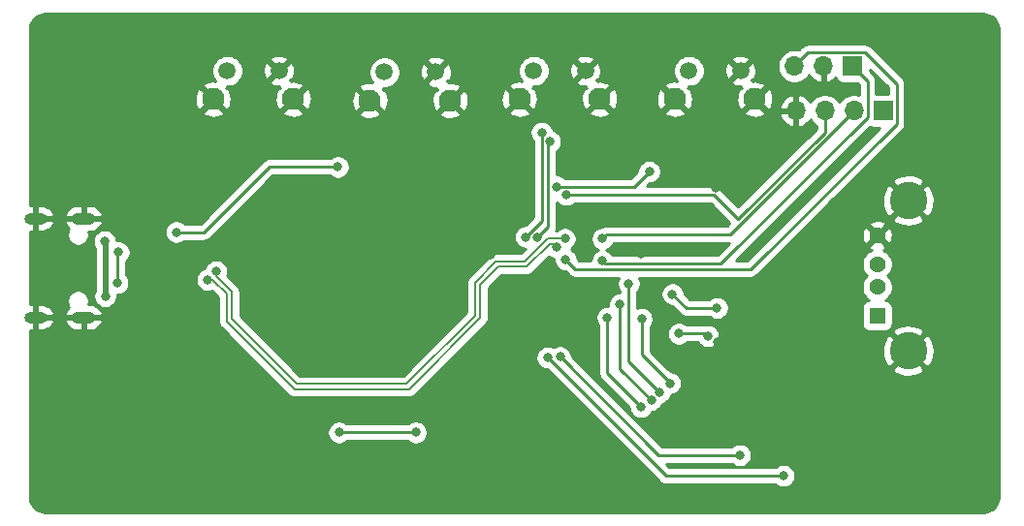
<source format=gbr>
%TF.GenerationSoftware,KiCad,Pcbnew,(5.1.10)-1*%
%TF.CreationDate,2022-04-11T13:22:51+08:00*%
%TF.ProjectId,stm32f103,73746d33-3266-4313-9033-2e6b69636164,rev?*%
%TF.SameCoordinates,Original*%
%TF.FileFunction,Copper,L2,Bot*%
%TF.FilePolarity,Positive*%
%FSLAX46Y46*%
G04 Gerber Fmt 4.6, Leading zero omitted, Abs format (unit mm)*
G04 Created by KiCad (PCBNEW (5.1.10)-1) date 2022-04-11 13:22:51*
%MOMM*%
%LPD*%
G01*
G04 APERTURE LIST*
%TA.AperFunction,ComponentPad*%
%ADD10R,1.428000X1.428000*%
%TD*%
%TA.AperFunction,ComponentPad*%
%ADD11C,1.428000*%
%TD*%
%TA.AperFunction,ComponentPad*%
%ADD12C,3.276000*%
%TD*%
%TA.AperFunction,ComponentPad*%
%ADD13O,2.000000X1.000000*%
%TD*%
%TA.AperFunction,ComponentPad*%
%ADD14O,2.100000X1.050000*%
%TD*%
%TA.AperFunction,ComponentPad*%
%ADD15O,1.700000X1.700000*%
%TD*%
%TA.AperFunction,ComponentPad*%
%ADD16R,1.700000X1.700000*%
%TD*%
%TA.AperFunction,ComponentPad*%
%ADD17C,1.498000*%
%TD*%
%TA.AperFunction,ComponentPad*%
%ADD18C,1.950000*%
%TD*%
%TA.AperFunction,ViaPad*%
%ADD19C,0.800000*%
%TD*%
%TA.AperFunction,Conductor*%
%ADD20C,0.500000*%
%TD*%
%TA.AperFunction,Conductor*%
%ADD21C,0.250000*%
%TD*%
%TA.AperFunction,Conductor*%
%ADD22C,0.200000*%
%TD*%
%TA.AperFunction,Conductor*%
%ADD23C,0.254000*%
%TD*%
%TA.AperFunction,Conductor*%
%ADD24C,0.100000*%
%TD*%
G04 APERTURE END LIST*
D10*
%TO.P,J3,1*%
%TO.N,/VOUT*%
X189390000Y-102300000D03*
D11*
%TO.P,J3,2*%
%TO.N,Net-(J3-Pad2)*%
X189390000Y-99800000D03*
%TO.P,J3,3*%
%TO.N,Net-(J3-Pad3)*%
X189390000Y-97800000D03*
%TO.P,J3,4*%
%TO.N,GND*%
X189390000Y-95300000D03*
D12*
%TO.P,J3,S1*%
X192100000Y-105370000D03*
%TO.P,J3,S2*%
X192100000Y-92230000D03*
%TD*%
D13*
%TO.P,J9,S2*%
%TO.N,GND*%
X115930000Y-93810000D03*
%TO.P,J9,S3*%
X115930000Y-102450000D03*
D14*
%TO.P,J9,S1*%
X120110000Y-93810000D03*
%TO.P,J9,S4*%
X120110000Y-102450000D03*
%TD*%
D15*
%TO.P,J1,4*%
%TO.N,GND*%
X182280000Y-84400000D03*
%TO.P,J1,3*%
%TO.N,/SW_CLK*%
X184820000Y-84400000D03*
%TO.P,J1,2*%
%TO.N,/SW_DIO*%
X187360000Y-84400000D03*
D16*
%TO.P,J1,1*%
%TO.N,+3V3*%
X189900000Y-84400000D03*
%TD*%
D15*
%TO.P,J2,3*%
%TO.N,/USART1_RX*%
X182160000Y-80500000D03*
%TO.P,J2,2*%
%TO.N,GND*%
X184700000Y-80500000D03*
D16*
%TO.P,J2,1*%
%TO.N,/USART1_TX*%
X187240000Y-80500000D03*
%TD*%
D17*
%TO.P,S1,1*%
%TO.N,GND*%
X137150000Y-80900000D03*
%TO.P,S1,2*%
%TO.N,Net-(R1-Pad1)*%
X132650000Y-80900000D03*
D18*
%TO.P,S1,S1*%
%TO.N,GND*%
X138405000Y-83390000D03*
%TO.P,S1,S2*%
X131395000Y-83390000D03*
%TD*%
D17*
%TO.P,S2,1*%
%TO.N,GND*%
X150850000Y-81000000D03*
%TO.P,S2,2*%
%TO.N,Net-(R2-Pad1)*%
X146350000Y-81000000D03*
D18*
%TO.P,S2,S1*%
%TO.N,GND*%
X152105000Y-83490000D03*
%TO.P,S2,S2*%
X145095000Y-83490000D03*
%TD*%
D17*
%TO.P,S3,1*%
%TO.N,GND*%
X163900000Y-80900000D03*
%TO.P,S3,2*%
%TO.N,Net-(R3-Pad1)*%
X159400000Y-80900000D03*
D18*
%TO.P,S3,S1*%
%TO.N,GND*%
X165155000Y-83390000D03*
%TO.P,S3,S2*%
X158145000Y-83390000D03*
%TD*%
%TO.P,S4,S2*%
%TO.N,GND*%
X171695000Y-83390000D03*
%TO.P,S4,S1*%
X178705000Y-83390000D03*
D17*
%TO.P,S4,2*%
%TO.N,Net-(R4-Pad1)*%
X172950000Y-80900000D03*
%TO.P,S4,1*%
%TO.N,GND*%
X177450000Y-80900000D03*
%TD*%
D19*
%TO.N,GND*%
X135400000Y-115500000D03*
X165000000Y-115300000D03*
X178009098Y-105911120D03*
X175300000Y-91100000D03*
X175000000Y-111200000D03*
X185665765Y-113101584D03*
X189500000Y-117500000D03*
X160822133Y-102647439D03*
X157500000Y-116800000D03*
X154600000Y-105700000D03*
X125800000Y-107400000D03*
X149800000Y-100200000D03*
X172100000Y-93000000D03*
X164000000Y-93200000D03*
X155600000Y-97000000D03*
X158300000Y-99100000D03*
X148700000Y-95000000D03*
X168800000Y-96900000D03*
X143000000Y-99700000D03*
X163600000Y-104600000D03*
X161600000Y-99800000D03*
X169500000Y-100600000D03*
X161100000Y-110300000D03*
X169100000Y-116700000D03*
X181600000Y-93500000D03*
X189600000Y-82100000D03*
X129000000Y-113300000D03*
X165500000Y-99700000D03*
X175435166Y-104625000D03*
X152300000Y-91100000D03*
X145400000Y-91700000D03*
X139300000Y-81200000D03*
X144300000Y-81500000D03*
X124200000Y-100100000D03*
X157900000Y-101100000D03*
X171000000Y-81700000D03*
%TO.N,+5V*%
X122000000Y-100605000D03*
X121932369Y-95800000D03*
%TO.N,/RST*%
X142400000Y-112500000D03*
X149100000Y-112500000D03*
%TO.N,+3V3*%
X128200000Y-95000000D03*
X142300000Y-89300000D03*
%TO.N,/SW_CLK*%
X162227502Y-91750044D03*
%TO.N,/SW_DIO*%
X165400000Y-95575000D03*
%TO.N,/USART1_TX*%
X165400000Y-97525000D03*
%TO.N,/USART1_RX*%
X162200000Y-97425000D03*
%TO.N,/LCD_RESET*%
X172069142Y-103869142D03*
X174600000Y-104075000D03*
%TO.N,/LCD_RD*%
X171515373Y-100415373D03*
X175400000Y-101625000D03*
%TO.N,/SPI2_NSS*%
X165838351Y-102475000D03*
X168781644Y-110284742D03*
%TO.N,/SPI2_SCLK*%
X168825010Y-102577126D03*
X171291124Y-108208876D03*
%TO.N,/SPI2_MISO*%
X166940432Y-101283963D03*
X169654780Y-109672470D03*
%TO.N,/SPI2_MOSI*%
X167700001Y-99500000D03*
X170382527Y-108986608D03*
%TO.N,/USB_D-*%
X161378759Y-96321241D03*
X130928768Y-99171232D03*
%TO.N,/USB_D+*%
X162121223Y-95578777D03*
X131671232Y-98428768D03*
%TO.N,/INA226_SCL*%
X181200000Y-116300000D03*
X160600000Y-105974990D03*
%TO.N,/INA226_SDA*%
X177400000Y-114500000D03*
X161700000Y-105899982D03*
%TO.N,/KEY3*%
X160100000Y-86300000D03*
X158700000Y-95425010D03*
%TO.N,/KEY4*%
X160825000Y-87080870D03*
X159698726Y-95475723D03*
%TO.N,/USBDP1*%
X123062653Y-99437347D03*
X123162653Y-96762653D03*
%TO.N,/BL_PWM*%
X161400000Y-91025044D03*
X169500000Y-89700000D03*
%TD*%
D20*
%TO.N,+5V*%
X122000000Y-95867631D02*
X121932369Y-95800000D01*
X122000000Y-100605000D02*
X122000000Y-95867631D01*
D21*
%TO.N,/RST*%
X142400000Y-112500000D02*
X149100000Y-112500000D01*
%TO.N,+3V3*%
X130600000Y-95000000D02*
X128200000Y-95000000D01*
X136300000Y-89300000D02*
X130600000Y-95000000D01*
X142300000Y-89300000D02*
X136300000Y-89300000D01*
%TO.N,/SW_CLK*%
X184820000Y-84400000D02*
X184820000Y-86303590D01*
X184820000Y-86303590D02*
X177261795Y-93861795D01*
X175150044Y-91750044D02*
X162227502Y-91750044D01*
X177261795Y-93861795D02*
X175150044Y-91750044D01*
%TO.N,/SW_DIO*%
X165799999Y-95175001D02*
X165400000Y-95575000D01*
X176584999Y-95175001D02*
X165799999Y-95175001D01*
X187360000Y-84400000D02*
X176584999Y-95175001D01*
%TO.N,/USART1_TX*%
X165625001Y-97750001D02*
X165400000Y-97525000D01*
X175749001Y-97750001D02*
X165625001Y-97750001D01*
X188535001Y-84964001D02*
X175749001Y-97750001D01*
X188535001Y-81795001D02*
X188535001Y-84964001D01*
X187240000Y-80500000D02*
X188535001Y-81795001D01*
%TO.N,/USART1_RX*%
X188350001Y-79324999D02*
X183335001Y-79324999D01*
X183335001Y-79324999D02*
X182160000Y-80500000D01*
X191075001Y-85510001D02*
X191075001Y-82049999D01*
X191075001Y-82049999D02*
X188350001Y-79324999D01*
X178335001Y-98250001D02*
X191075001Y-85510001D01*
X163025001Y-98250001D02*
X178335001Y-98250001D01*
X162200000Y-97425000D02*
X163025001Y-98250001D01*
%TO.N,/LCD_RESET*%
X174394142Y-103869142D02*
X174600000Y-104075000D01*
X172069142Y-103869142D02*
X174394142Y-103869142D01*
%TO.N,/LCD_RD*%
X172725000Y-101625000D02*
X175400000Y-101625000D01*
X171515373Y-100415373D02*
X172725000Y-101625000D01*
%TO.N,/SPI2_NSS*%
X165838351Y-107341449D02*
X168781644Y-110284742D01*
X165838351Y-102475000D02*
X165838351Y-107341449D01*
%TO.N,/SPI2_SCLK*%
X168825010Y-105725010D02*
X168825010Y-102577126D01*
X171291124Y-108191124D02*
X168825010Y-105725010D01*
X171291124Y-108208876D02*
X171291124Y-108191124D01*
%TO.N,/SPI2_MISO*%
X166940432Y-101283963D02*
X166940432Y-106958122D01*
X166940432Y-106958122D02*
X169654780Y-109672470D01*
%TO.N,/SPI2_MOSI*%
X167700001Y-106304082D02*
X170382527Y-108986608D01*
X167700001Y-99500000D02*
X167700001Y-106304082D01*
D22*
%TO.N,/USB_D-*%
X161378759Y-96321241D02*
X161086295Y-96028777D01*
X161086295Y-96028777D02*
X160789423Y-96028777D01*
X160789423Y-96028777D02*
X158793200Y-98025000D01*
X158793200Y-98025000D02*
X156293200Y-98025000D01*
X156293200Y-98025000D02*
X154725000Y-99593200D01*
X154725000Y-99593200D02*
X154725000Y-102493200D01*
X154725000Y-102493200D02*
X148493200Y-108725000D01*
X148493200Y-108725000D02*
X138506800Y-108725000D01*
X138506800Y-108725000D02*
X132575000Y-102793200D01*
X131353033Y-99171232D02*
X130928768Y-99171232D01*
X132575000Y-100393199D02*
X131353033Y-99171232D01*
X132575000Y-102793200D02*
X132575000Y-100393199D01*
%TO.N,/USB_D+*%
X160603023Y-95578777D02*
X158606800Y-97575000D01*
X162121223Y-95578777D02*
X160603023Y-95578777D01*
X158606800Y-97575000D02*
X156106800Y-97575000D01*
X156106800Y-97575000D02*
X154275000Y-99406800D01*
X154275000Y-99406800D02*
X154275000Y-102306800D01*
X154275000Y-102306800D02*
X148306800Y-108275000D01*
X148306800Y-108275000D02*
X138693200Y-108275000D01*
X138693200Y-108275000D02*
X133025000Y-102606800D01*
X131671232Y-98853033D02*
X131671232Y-98428768D01*
X133025000Y-100206801D02*
X131671232Y-98853033D01*
X133025000Y-102606800D02*
X133025000Y-100206801D01*
D21*
%TO.N,/INA226_SCL*%
X181200000Y-116300000D02*
X170925010Y-116300000D01*
X170925010Y-116300000D02*
X160600000Y-105974990D01*
%TO.N,/INA226_SDA*%
X177400000Y-114500000D02*
X170300018Y-114500000D01*
X170300018Y-114500000D02*
X161700000Y-105899982D01*
%TO.N,/KEY3*%
X160100000Y-94025010D02*
X158700000Y-95425010D01*
X160100000Y-86300000D02*
X160100000Y-94025010D01*
%TO.N,/KEY4*%
X160825000Y-87080870D02*
X160674999Y-87230871D01*
X160674999Y-94499450D02*
X159698726Y-95475723D01*
X160674999Y-87230871D02*
X160674999Y-94499450D01*
%TO.N,/USBDP1*%
X123062653Y-96862653D02*
X123162653Y-96762653D01*
X123062653Y-99437347D02*
X123062653Y-96862653D01*
%TO.N,/BL_PWM*%
X168174956Y-91025044D02*
X169500000Y-89700000D01*
X161400000Y-91025044D02*
X168174956Y-91025044D01*
%TD*%
D23*
%TO.N,GND*%
X198664054Y-75935001D02*
X198945022Y-75962550D01*
X199180714Y-76033710D01*
X199398089Y-76149290D01*
X199588879Y-76304894D01*
X199745808Y-76494589D01*
X199862909Y-76711162D01*
X199935710Y-76946343D01*
X199965000Y-77225025D01*
X199965001Y-118164042D01*
X199937451Y-118445020D01*
X199866291Y-118680711D01*
X199750711Y-118898087D01*
X199595104Y-119088878D01*
X199405408Y-119245810D01*
X199188843Y-119362905D01*
X198953656Y-119435708D01*
X198674963Y-119465000D01*
X116735959Y-119465000D01*
X116454981Y-119437450D01*
X116219290Y-119366290D01*
X116001914Y-119250710D01*
X115811123Y-119095103D01*
X115654191Y-118905407D01*
X115537096Y-118688842D01*
X115464293Y-118453655D01*
X115435002Y-118174971D01*
X115435002Y-112398061D01*
X141365000Y-112398061D01*
X141365000Y-112601939D01*
X141404774Y-112801898D01*
X141482795Y-112990256D01*
X141596063Y-113159774D01*
X141740226Y-113303937D01*
X141909744Y-113417205D01*
X142098102Y-113495226D01*
X142298061Y-113535000D01*
X142501939Y-113535000D01*
X142701898Y-113495226D01*
X142890256Y-113417205D01*
X143059774Y-113303937D01*
X143103711Y-113260000D01*
X148396289Y-113260000D01*
X148440226Y-113303937D01*
X148609744Y-113417205D01*
X148798102Y-113495226D01*
X148998061Y-113535000D01*
X149201939Y-113535000D01*
X149401898Y-113495226D01*
X149590256Y-113417205D01*
X149759774Y-113303937D01*
X149903937Y-113159774D01*
X150017205Y-112990256D01*
X150095226Y-112801898D01*
X150135000Y-112601939D01*
X150135000Y-112398061D01*
X150095226Y-112198102D01*
X150017205Y-112009744D01*
X149903937Y-111840226D01*
X149759774Y-111696063D01*
X149590256Y-111582795D01*
X149401898Y-111504774D01*
X149201939Y-111465000D01*
X148998061Y-111465000D01*
X148798102Y-111504774D01*
X148609744Y-111582795D01*
X148440226Y-111696063D01*
X148396289Y-111740000D01*
X143103711Y-111740000D01*
X143059774Y-111696063D01*
X142890256Y-111582795D01*
X142701898Y-111504774D01*
X142501939Y-111465000D01*
X142298061Y-111465000D01*
X142098102Y-111504774D01*
X141909744Y-111582795D01*
X141740226Y-111696063D01*
X141596063Y-111840226D01*
X141482795Y-112009744D01*
X141404774Y-112198102D01*
X141365000Y-112398061D01*
X115435002Y-112398061D01*
X115435002Y-103585000D01*
X115803000Y-103585000D01*
X115803000Y-102577000D01*
X116057000Y-102577000D01*
X116057000Y-103585000D01*
X116557000Y-103585000D01*
X116775987Y-103538415D01*
X116981678Y-103450003D01*
X117166169Y-103323161D01*
X117322369Y-103162764D01*
X117444276Y-102974976D01*
X117522710Y-102755810D01*
X118466036Y-102755810D01*
X118549937Y-102988864D01*
X118674953Y-103180441D01*
X118834941Y-103343947D01*
X119023754Y-103473099D01*
X119234135Y-103562934D01*
X119458000Y-103610000D01*
X119983000Y-103610000D01*
X119983000Y-102577000D01*
X120237000Y-102577000D01*
X120237000Y-103610000D01*
X120762000Y-103610000D01*
X120985865Y-103562934D01*
X121196246Y-103473099D01*
X121385059Y-103343947D01*
X121545047Y-103180441D01*
X121670063Y-102988864D01*
X121753964Y-102755810D01*
X121628163Y-102577000D01*
X120237000Y-102577000D01*
X119983000Y-102577000D01*
X118591837Y-102577000D01*
X118466036Y-102755810D01*
X117522710Y-102755810D01*
X117524119Y-102751874D01*
X117397954Y-102577000D01*
X116057000Y-102577000D01*
X115803000Y-102577000D01*
X115783000Y-102577000D01*
X115783000Y-102323000D01*
X115803000Y-102323000D01*
X115803000Y-101315000D01*
X116057000Y-101315000D01*
X116057000Y-102323000D01*
X117397954Y-102323000D01*
X117524119Y-102148126D01*
X117522711Y-102144190D01*
X118466036Y-102144190D01*
X118591837Y-102323000D01*
X119983000Y-102323000D01*
X119983000Y-102303000D01*
X120237000Y-102303000D01*
X120237000Y-102323000D01*
X121628163Y-102323000D01*
X121753964Y-102144190D01*
X121670063Y-101911136D01*
X121545047Y-101719559D01*
X121385059Y-101556053D01*
X121196246Y-101426901D01*
X120985865Y-101337066D01*
X120762000Y-101290000D01*
X120535101Y-101290000D01*
X120570000Y-101114552D01*
X120570000Y-100925448D01*
X120533108Y-100739978D01*
X120460741Y-100565269D01*
X120355681Y-100408036D01*
X120221964Y-100274319D01*
X120064731Y-100169259D01*
X119890022Y-100096892D01*
X119704552Y-100060000D01*
X119515448Y-100060000D01*
X119329978Y-100096892D01*
X119155269Y-100169259D01*
X118998036Y-100274319D01*
X118864319Y-100408036D01*
X118759259Y-100565269D01*
X118686892Y-100739978D01*
X118650000Y-100925448D01*
X118650000Y-101114552D01*
X118686892Y-101300022D01*
X118759259Y-101474731D01*
X118822258Y-101569015D01*
X118674953Y-101719559D01*
X118549937Y-101911136D01*
X118466036Y-102144190D01*
X117522711Y-102144190D01*
X117444276Y-101925024D01*
X117322369Y-101737236D01*
X117166169Y-101576839D01*
X116981678Y-101449997D01*
X116775987Y-101361585D01*
X116557000Y-101315000D01*
X116057000Y-101315000D01*
X115803000Y-101315000D01*
X115435002Y-101315000D01*
X115435002Y-94945000D01*
X115803000Y-94945000D01*
X115803000Y-93937000D01*
X116057000Y-93937000D01*
X116057000Y-94945000D01*
X116557000Y-94945000D01*
X116775987Y-94898415D01*
X116981678Y-94810003D01*
X117166169Y-94683161D01*
X117322369Y-94522764D01*
X117444276Y-94334976D01*
X117522710Y-94115810D01*
X118466036Y-94115810D01*
X118549937Y-94348864D01*
X118674953Y-94540441D01*
X118822258Y-94690985D01*
X118759259Y-94785269D01*
X118686892Y-94959978D01*
X118650000Y-95145448D01*
X118650000Y-95334552D01*
X118686892Y-95520022D01*
X118759259Y-95694731D01*
X118864319Y-95851964D01*
X118998036Y-95985681D01*
X119155269Y-96090741D01*
X119329978Y-96163108D01*
X119515448Y-96200000D01*
X119704552Y-96200000D01*
X119890022Y-96163108D01*
X120064731Y-96090741D01*
X120221964Y-95985681D01*
X120355681Y-95851964D01*
X120458515Y-95698061D01*
X120897369Y-95698061D01*
X120897369Y-95901939D01*
X120937143Y-96101898D01*
X121015164Y-96290256D01*
X121115001Y-96439673D01*
X121115000Y-100066546D01*
X121082795Y-100114744D01*
X121004774Y-100303102D01*
X120965000Y-100503061D01*
X120965000Y-100706939D01*
X121004774Y-100906898D01*
X121082795Y-101095256D01*
X121196063Y-101264774D01*
X121340226Y-101408937D01*
X121509744Y-101522205D01*
X121698102Y-101600226D01*
X121898061Y-101640000D01*
X122101939Y-101640000D01*
X122301898Y-101600226D01*
X122490256Y-101522205D01*
X122659774Y-101408937D01*
X122803937Y-101264774D01*
X122917205Y-101095256D01*
X122995226Y-100906898D01*
X123035000Y-100706939D01*
X123035000Y-100503061D01*
X123028891Y-100472347D01*
X123164592Y-100472347D01*
X123364551Y-100432573D01*
X123552909Y-100354552D01*
X123722427Y-100241284D01*
X123866590Y-100097121D01*
X123979858Y-99927603D01*
X124057879Y-99739245D01*
X124097653Y-99539286D01*
X124097653Y-99335408D01*
X124057879Y-99135449D01*
X124030477Y-99069293D01*
X129893768Y-99069293D01*
X129893768Y-99273171D01*
X129933542Y-99473130D01*
X130011563Y-99661488D01*
X130124831Y-99831006D01*
X130268994Y-99975169D01*
X130438512Y-100088437D01*
X130626870Y-100166458D01*
X130826829Y-100206232D01*
X131030707Y-100206232D01*
X131230666Y-100166458D01*
X131285924Y-100143569D01*
X131840001Y-100697647D01*
X131840000Y-102757095D01*
X131836444Y-102793200D01*
X131849020Y-102920887D01*
X131850635Y-102937284D01*
X131892663Y-103075832D01*
X131960913Y-103203519D01*
X132052762Y-103315437D01*
X132080808Y-103338454D01*
X137961546Y-109219193D01*
X137984562Y-109247238D01*
X138096480Y-109339087D01*
X138224167Y-109407337D01*
X138320686Y-109436616D01*
X138362714Y-109449365D01*
X138506799Y-109463556D01*
X138542904Y-109460000D01*
X148457095Y-109460000D01*
X148493200Y-109463556D01*
X148529305Y-109460000D01*
X148637285Y-109449365D01*
X148775833Y-109407337D01*
X148903520Y-109339087D01*
X149015438Y-109247238D01*
X149038459Y-109219187D01*
X152384595Y-105873051D01*
X159565000Y-105873051D01*
X159565000Y-106076929D01*
X159604774Y-106276888D01*
X159682795Y-106465246D01*
X159796063Y-106634764D01*
X159940226Y-106778927D01*
X160109744Y-106892195D01*
X160298102Y-106970216D01*
X160498061Y-107009990D01*
X160560199Y-107009990D01*
X170361211Y-116811003D01*
X170385009Y-116840001D01*
X170500734Y-116934974D01*
X170632763Y-117005546D01*
X170776024Y-117049003D01*
X170887677Y-117060000D01*
X170887686Y-117060000D01*
X170925009Y-117063676D01*
X170962332Y-117060000D01*
X180496289Y-117060000D01*
X180540226Y-117103937D01*
X180709744Y-117217205D01*
X180898102Y-117295226D01*
X181098061Y-117335000D01*
X181301939Y-117335000D01*
X181501898Y-117295226D01*
X181690256Y-117217205D01*
X181859774Y-117103937D01*
X182003937Y-116959774D01*
X182117205Y-116790256D01*
X182195226Y-116601898D01*
X182235000Y-116401939D01*
X182235000Y-116198061D01*
X182195226Y-115998102D01*
X182117205Y-115809744D01*
X182003937Y-115640226D01*
X181859774Y-115496063D01*
X181690256Y-115382795D01*
X181501898Y-115304774D01*
X181301939Y-115265000D01*
X181098061Y-115265000D01*
X180898102Y-115304774D01*
X180709744Y-115382795D01*
X180540226Y-115496063D01*
X180496289Y-115540000D01*
X171239812Y-115540000D01*
X170959812Y-115260000D01*
X176696289Y-115260000D01*
X176740226Y-115303937D01*
X176909744Y-115417205D01*
X177098102Y-115495226D01*
X177298061Y-115535000D01*
X177501939Y-115535000D01*
X177701898Y-115495226D01*
X177890256Y-115417205D01*
X178059774Y-115303937D01*
X178203937Y-115159774D01*
X178317205Y-114990256D01*
X178395226Y-114801898D01*
X178435000Y-114601939D01*
X178435000Y-114398061D01*
X178395226Y-114198102D01*
X178317205Y-114009744D01*
X178203937Y-113840226D01*
X178059774Y-113696063D01*
X177890256Y-113582795D01*
X177701898Y-113504774D01*
X177501939Y-113465000D01*
X177298061Y-113465000D01*
X177098102Y-113504774D01*
X176909744Y-113582795D01*
X176740226Y-113696063D01*
X176696289Y-113740000D01*
X170614820Y-113740000D01*
X162735000Y-105860181D01*
X162735000Y-105798043D01*
X162695226Y-105598084D01*
X162617205Y-105409726D01*
X162503937Y-105240208D01*
X162359774Y-105096045D01*
X162190256Y-104982777D01*
X162001898Y-104904756D01*
X161801939Y-104864982D01*
X161598061Y-104864982D01*
X161398102Y-104904756D01*
X161209744Y-104982777D01*
X161093871Y-105060201D01*
X161090256Y-105057785D01*
X160901898Y-104979764D01*
X160701939Y-104939990D01*
X160498061Y-104939990D01*
X160298102Y-104979764D01*
X160109744Y-105057785D01*
X159940226Y-105171053D01*
X159796063Y-105315216D01*
X159682795Y-105484734D01*
X159604774Y-105673092D01*
X159565000Y-105873051D01*
X152384595Y-105873051D01*
X155219193Y-103038454D01*
X155247238Y-103015438D01*
X155339087Y-102903520D01*
X155407337Y-102775833D01*
X155436691Y-102679065D01*
X155449365Y-102637286D01*
X155463556Y-102493201D01*
X155460000Y-102457096D01*
X155460000Y-99897646D01*
X156597647Y-98760000D01*
X158757095Y-98760000D01*
X158793200Y-98763556D01*
X158829305Y-98760000D01*
X158937285Y-98749365D01*
X159075833Y-98707337D01*
X159203520Y-98639087D01*
X159315438Y-98547238D01*
X159338458Y-98519188D01*
X160727068Y-97130579D01*
X160888503Y-97238446D01*
X161076861Y-97316467D01*
X161165000Y-97333999D01*
X161165000Y-97526939D01*
X161204774Y-97726898D01*
X161282795Y-97915256D01*
X161396063Y-98084774D01*
X161540226Y-98228937D01*
X161709744Y-98342205D01*
X161898102Y-98420226D01*
X162098061Y-98460000D01*
X162160198Y-98460000D01*
X162461202Y-98761003D01*
X162485000Y-98790002D01*
X162513998Y-98813800D01*
X162600725Y-98884975D01*
X162732754Y-98955547D01*
X162876015Y-98999004D01*
X163025001Y-99013678D01*
X163062334Y-99010001D01*
X166782690Y-99010001D01*
X166704775Y-99198102D01*
X166665001Y-99398061D01*
X166665001Y-99601939D01*
X166704775Y-99801898D01*
X166782796Y-99990256D01*
X166896064Y-100159774D01*
X166940001Y-100203711D01*
X166940001Y-100248963D01*
X166838493Y-100248963D01*
X166638534Y-100288737D01*
X166450176Y-100366758D01*
X166280658Y-100480026D01*
X166136495Y-100624189D01*
X166023227Y-100793707D01*
X165945206Y-100982065D01*
X165905432Y-101182024D01*
X165905432Y-101385902D01*
X165916193Y-101440000D01*
X165736412Y-101440000D01*
X165536453Y-101479774D01*
X165348095Y-101557795D01*
X165178577Y-101671063D01*
X165034414Y-101815226D01*
X164921146Y-101984744D01*
X164843125Y-102173102D01*
X164803351Y-102373061D01*
X164803351Y-102576939D01*
X164843125Y-102776898D01*
X164921146Y-102965256D01*
X165034414Y-103134774D01*
X165078351Y-103178711D01*
X165078352Y-107304117D01*
X165074675Y-107341449D01*
X165078352Y-107378782D01*
X165089349Y-107490435D01*
X165091681Y-107498123D01*
X165132805Y-107633695D01*
X165203377Y-107765725D01*
X165215755Y-107780807D01*
X165298351Y-107881450D01*
X165327349Y-107905248D01*
X167746644Y-110324544D01*
X167746644Y-110386681D01*
X167786418Y-110586640D01*
X167864439Y-110774998D01*
X167977707Y-110944516D01*
X168121870Y-111088679D01*
X168291388Y-111201947D01*
X168479746Y-111279968D01*
X168679705Y-111319742D01*
X168883583Y-111319742D01*
X169083542Y-111279968D01*
X169271900Y-111201947D01*
X169441418Y-111088679D01*
X169585581Y-110944516D01*
X169698849Y-110774998D01*
X169726820Y-110707470D01*
X169756719Y-110707470D01*
X169956678Y-110667696D01*
X170145036Y-110589675D01*
X170314554Y-110476407D01*
X170458717Y-110332244D01*
X170571985Y-110162726D01*
X170643545Y-109989965D01*
X170684425Y-109981834D01*
X170872783Y-109903813D01*
X171042301Y-109790545D01*
X171186464Y-109646382D01*
X171299732Y-109476864D01*
X171377753Y-109288506D01*
X171386630Y-109243876D01*
X171393063Y-109243876D01*
X171593022Y-109204102D01*
X171781380Y-109126081D01*
X171950898Y-109012813D01*
X172095061Y-108868650D01*
X172208329Y-108699132D01*
X172286350Y-108510774D01*
X172326124Y-108310815D01*
X172326124Y-108106937D01*
X172286350Y-107906978D01*
X172208329Y-107718620D01*
X172095061Y-107549102D01*
X171950898Y-107404939D01*
X171781380Y-107291671D01*
X171593022Y-107213650D01*
X171393063Y-107173876D01*
X171348678Y-107173876D01*
X171134696Y-106959894D01*
X190689711Y-106959894D01*
X190862322Y-107289583D01*
X191260596Y-107494158D01*
X191691128Y-107617103D01*
X192137372Y-107653692D01*
X192582180Y-107602521D01*
X193008458Y-107465555D01*
X193337678Y-107289583D01*
X193510289Y-106959894D01*
X192100000Y-105549605D01*
X190689711Y-106959894D01*
X171134696Y-106959894D01*
X169585010Y-105410209D01*
X169585010Y-105407372D01*
X189816308Y-105407372D01*
X189867479Y-105852180D01*
X190004445Y-106278458D01*
X190180417Y-106607678D01*
X190510106Y-106780289D01*
X191920395Y-105370000D01*
X192279605Y-105370000D01*
X193689894Y-106780289D01*
X194019583Y-106607678D01*
X194224158Y-106209404D01*
X194347103Y-105778872D01*
X194383692Y-105332628D01*
X194332521Y-104887820D01*
X194195555Y-104461542D01*
X194019583Y-104132322D01*
X193689894Y-103959711D01*
X192279605Y-105370000D01*
X191920395Y-105370000D01*
X190510106Y-103959711D01*
X190180417Y-104132322D01*
X189975842Y-104530596D01*
X189852897Y-104961128D01*
X189816308Y-105407372D01*
X169585010Y-105407372D01*
X169585010Y-103767203D01*
X171034142Y-103767203D01*
X171034142Y-103971081D01*
X171073916Y-104171040D01*
X171151937Y-104359398D01*
X171265205Y-104528916D01*
X171409368Y-104673079D01*
X171578886Y-104786347D01*
X171767244Y-104864368D01*
X171967203Y-104904142D01*
X172171081Y-104904142D01*
X172371040Y-104864368D01*
X172559398Y-104786347D01*
X172728916Y-104673079D01*
X172772853Y-104629142D01*
X173725482Y-104629142D01*
X173796063Y-104734774D01*
X173940226Y-104878937D01*
X174109744Y-104992205D01*
X174298102Y-105070226D01*
X174498061Y-105110000D01*
X174701939Y-105110000D01*
X174901898Y-105070226D01*
X175090256Y-104992205D01*
X175259774Y-104878937D01*
X175403937Y-104734774D01*
X175517205Y-104565256D01*
X175595226Y-104376898D01*
X175635000Y-104176939D01*
X175635000Y-103973061D01*
X175596620Y-103780106D01*
X190689711Y-103780106D01*
X192100000Y-105190395D01*
X193510289Y-103780106D01*
X193337678Y-103450417D01*
X192939404Y-103245842D01*
X192508872Y-103122897D01*
X192062628Y-103086308D01*
X191617820Y-103137479D01*
X191191542Y-103274445D01*
X190862322Y-103450417D01*
X190689711Y-103780106D01*
X175596620Y-103780106D01*
X175595226Y-103773102D01*
X175517205Y-103584744D01*
X175403937Y-103415226D01*
X175259774Y-103271063D01*
X175090256Y-103157795D01*
X174901898Y-103079774D01*
X174701939Y-103040000D01*
X174498061Y-103040000D01*
X174298102Y-103079774D01*
X174227202Y-103109142D01*
X172772853Y-103109142D01*
X172728916Y-103065205D01*
X172559398Y-102951937D01*
X172371040Y-102873916D01*
X172171081Y-102834142D01*
X171967203Y-102834142D01*
X171767244Y-102873916D01*
X171578886Y-102951937D01*
X171409368Y-103065205D01*
X171265205Y-103209368D01*
X171151937Y-103378886D01*
X171073916Y-103567244D01*
X171034142Y-103767203D01*
X169585010Y-103767203D01*
X169585010Y-103280837D01*
X169628947Y-103236900D01*
X169742215Y-103067382D01*
X169820236Y-102879024D01*
X169860010Y-102679065D01*
X169860010Y-102475187D01*
X169820236Y-102275228D01*
X169742215Y-102086870D01*
X169628947Y-101917352D01*
X169484784Y-101773189D01*
X169315266Y-101659921D01*
X169126908Y-101581900D01*
X168926949Y-101542126D01*
X168723071Y-101542126D01*
X168523112Y-101581900D01*
X168460001Y-101608042D01*
X168460001Y-100313434D01*
X170480373Y-100313434D01*
X170480373Y-100517312D01*
X170520147Y-100717271D01*
X170598168Y-100905629D01*
X170711436Y-101075147D01*
X170855599Y-101219310D01*
X171025117Y-101332578D01*
X171213475Y-101410599D01*
X171413434Y-101450373D01*
X171475572Y-101450373D01*
X172161201Y-102136003D01*
X172184999Y-102165001D01*
X172213997Y-102188799D01*
X172300723Y-102259974D01*
X172347317Y-102284879D01*
X172432753Y-102330546D01*
X172576014Y-102374003D01*
X172687667Y-102385000D01*
X172687677Y-102385000D01*
X172725000Y-102388676D01*
X172762323Y-102385000D01*
X174696289Y-102385000D01*
X174740226Y-102428937D01*
X174909744Y-102542205D01*
X175098102Y-102620226D01*
X175298061Y-102660000D01*
X175501939Y-102660000D01*
X175701898Y-102620226D01*
X175890256Y-102542205D01*
X176059774Y-102428937D01*
X176203937Y-102284774D01*
X176317205Y-102115256D01*
X176395226Y-101926898D01*
X176435000Y-101726939D01*
X176435000Y-101586000D01*
X188037928Y-101586000D01*
X188037928Y-103014000D01*
X188050188Y-103138482D01*
X188086498Y-103258180D01*
X188145463Y-103368494D01*
X188224815Y-103465185D01*
X188321506Y-103544537D01*
X188431820Y-103603502D01*
X188551518Y-103639812D01*
X188676000Y-103652072D01*
X190104000Y-103652072D01*
X190228482Y-103639812D01*
X190348180Y-103603502D01*
X190458494Y-103544537D01*
X190555185Y-103465185D01*
X190634537Y-103368494D01*
X190693502Y-103258180D01*
X190729812Y-103138482D01*
X190742072Y-103014000D01*
X190742072Y-101586000D01*
X190729812Y-101461518D01*
X190693502Y-101341820D01*
X190634537Y-101231506D01*
X190555185Y-101134815D01*
X190458494Y-101055463D01*
X190348180Y-100996498D01*
X190228482Y-100960188D01*
X190104000Y-100947928D01*
X190100140Y-100947928D01*
X190249937Y-100847837D01*
X190437837Y-100659937D01*
X190585468Y-100438991D01*
X190687158Y-100193489D01*
X190739000Y-99932865D01*
X190739000Y-99667135D01*
X190687158Y-99406511D01*
X190585468Y-99161009D01*
X190437837Y-98940063D01*
X190297774Y-98800000D01*
X190437837Y-98659937D01*
X190585468Y-98438991D01*
X190687158Y-98193489D01*
X190739000Y-97932865D01*
X190739000Y-97667135D01*
X190687158Y-97406511D01*
X190585468Y-97161009D01*
X190437837Y-96940063D01*
X190249937Y-96752163D01*
X190028991Y-96604532D01*
X189898519Y-96550489D01*
X189976258Y-96522193D01*
X190080509Y-96466470D01*
X190141668Y-96231273D01*
X189390000Y-95479605D01*
X188638332Y-96231273D01*
X188699491Y-96466470D01*
X188880526Y-96550884D01*
X188751009Y-96604532D01*
X188530063Y-96752163D01*
X188342163Y-96940063D01*
X188194532Y-97161009D01*
X188092842Y-97406511D01*
X188041000Y-97667135D01*
X188041000Y-97932865D01*
X188092842Y-98193489D01*
X188194532Y-98438991D01*
X188342163Y-98659937D01*
X188482226Y-98800000D01*
X188342163Y-98940063D01*
X188194532Y-99161009D01*
X188092842Y-99406511D01*
X188041000Y-99667135D01*
X188041000Y-99932865D01*
X188092842Y-100193489D01*
X188194532Y-100438991D01*
X188342163Y-100659937D01*
X188530063Y-100847837D01*
X188679860Y-100947928D01*
X188676000Y-100947928D01*
X188551518Y-100960188D01*
X188431820Y-100996498D01*
X188321506Y-101055463D01*
X188224815Y-101134815D01*
X188145463Y-101231506D01*
X188086498Y-101341820D01*
X188050188Y-101461518D01*
X188037928Y-101586000D01*
X176435000Y-101586000D01*
X176435000Y-101523061D01*
X176395226Y-101323102D01*
X176317205Y-101134744D01*
X176203937Y-100965226D01*
X176059774Y-100821063D01*
X175890256Y-100707795D01*
X175701898Y-100629774D01*
X175501939Y-100590000D01*
X175298061Y-100590000D01*
X175098102Y-100629774D01*
X174909744Y-100707795D01*
X174740226Y-100821063D01*
X174696289Y-100865000D01*
X173039802Y-100865000D01*
X172550373Y-100375572D01*
X172550373Y-100313434D01*
X172510599Y-100113475D01*
X172432578Y-99925117D01*
X172319310Y-99755599D01*
X172175147Y-99611436D01*
X172005629Y-99498168D01*
X171817271Y-99420147D01*
X171617312Y-99380373D01*
X171413434Y-99380373D01*
X171213475Y-99420147D01*
X171025117Y-99498168D01*
X170855599Y-99611436D01*
X170711436Y-99755599D01*
X170598168Y-99925117D01*
X170520147Y-100113475D01*
X170480373Y-100313434D01*
X168460001Y-100313434D01*
X168460001Y-100203711D01*
X168503938Y-100159774D01*
X168617206Y-99990256D01*
X168695227Y-99801898D01*
X168735001Y-99601939D01*
X168735001Y-99398061D01*
X168695227Y-99198102D01*
X168617312Y-99010001D01*
X178297679Y-99010001D01*
X178335001Y-99013677D01*
X178372323Y-99010001D01*
X178372334Y-99010001D01*
X178483987Y-98999004D01*
X178627248Y-98955547D01*
X178759277Y-98884975D01*
X178875002Y-98790002D01*
X178898805Y-98760998D01*
X182285884Y-95373919D01*
X188036489Y-95373919D01*
X188076918Y-95636555D01*
X188167807Y-95886258D01*
X188223530Y-95990509D01*
X188458727Y-96051668D01*
X189210395Y-95300000D01*
X189569605Y-95300000D01*
X190321273Y-96051668D01*
X190556470Y-95990509D01*
X190668768Y-95749674D01*
X190731924Y-95491559D01*
X190743511Y-95226081D01*
X190703082Y-94963445D01*
X190612193Y-94713742D01*
X190556470Y-94609491D01*
X190321273Y-94548332D01*
X189569605Y-95300000D01*
X189210395Y-95300000D01*
X188458727Y-94548332D01*
X188223530Y-94609491D01*
X188111232Y-94850326D01*
X188048076Y-95108441D01*
X188036489Y-95373919D01*
X182285884Y-95373919D01*
X183291076Y-94368727D01*
X188638332Y-94368727D01*
X189390000Y-95120395D01*
X190141668Y-94368727D01*
X190080509Y-94133530D01*
X189839674Y-94021232D01*
X189581559Y-93958076D01*
X189316081Y-93946489D01*
X189053445Y-93986918D01*
X188803742Y-94077807D01*
X188699491Y-94133530D01*
X188638332Y-94368727D01*
X183291076Y-94368727D01*
X183839909Y-93819894D01*
X190689711Y-93819894D01*
X190862322Y-94149583D01*
X191260596Y-94354158D01*
X191691128Y-94477103D01*
X192137372Y-94513692D01*
X192582180Y-94462521D01*
X193008458Y-94325555D01*
X193337678Y-94149583D01*
X193510289Y-93819894D01*
X192100000Y-92409605D01*
X190689711Y-93819894D01*
X183839909Y-93819894D01*
X185392431Y-92267372D01*
X189816308Y-92267372D01*
X189867479Y-92712180D01*
X190004445Y-93138458D01*
X190180417Y-93467678D01*
X190510106Y-93640289D01*
X191920395Y-92230000D01*
X192279605Y-92230000D01*
X193689894Y-93640289D01*
X194019583Y-93467678D01*
X194224158Y-93069404D01*
X194347103Y-92638872D01*
X194383692Y-92192628D01*
X194332521Y-91747820D01*
X194195555Y-91321542D01*
X194019583Y-90992322D01*
X193689894Y-90819711D01*
X192279605Y-92230000D01*
X191920395Y-92230000D01*
X190510106Y-90819711D01*
X190180417Y-90992322D01*
X189975842Y-91390596D01*
X189852897Y-91821128D01*
X189816308Y-92267372D01*
X185392431Y-92267372D01*
X187019697Y-90640106D01*
X190689711Y-90640106D01*
X192100000Y-92050395D01*
X193510289Y-90640106D01*
X193337678Y-90310417D01*
X192939404Y-90105842D01*
X192508872Y-89982897D01*
X192062628Y-89946308D01*
X191617820Y-89997479D01*
X191191542Y-90134445D01*
X190862322Y-90310417D01*
X190689711Y-90640106D01*
X187019697Y-90640106D01*
X191586005Y-86073799D01*
X191615002Y-86050002D01*
X191709975Y-85934277D01*
X191780547Y-85802248D01*
X191824004Y-85658987D01*
X191835001Y-85547334D01*
X191835001Y-85547326D01*
X191838677Y-85510001D01*
X191835001Y-85472676D01*
X191835001Y-82087322D01*
X191838677Y-82049999D01*
X191835001Y-82012676D01*
X191835001Y-82012666D01*
X191824004Y-81901013D01*
X191780547Y-81757752D01*
X191752080Y-81704494D01*
X191709975Y-81625722D01*
X191638800Y-81538996D01*
X191615002Y-81509998D01*
X191586004Y-81486200D01*
X188913805Y-78814002D01*
X188890002Y-78784998D01*
X188774277Y-78690025D01*
X188642248Y-78619453D01*
X188498987Y-78575996D01*
X188387334Y-78564999D01*
X188387323Y-78564999D01*
X188350001Y-78561323D01*
X188312679Y-78564999D01*
X183372323Y-78564999D01*
X183335000Y-78561323D01*
X183297677Y-78564999D01*
X183297668Y-78564999D01*
X183186015Y-78575996D01*
X183042754Y-78619453D01*
X182910725Y-78690025D01*
X182795000Y-78784998D01*
X182771202Y-78813996D01*
X182526408Y-79058790D01*
X182306260Y-79015000D01*
X182013740Y-79015000D01*
X181726842Y-79072068D01*
X181456589Y-79184010D01*
X181213368Y-79346525D01*
X181006525Y-79553368D01*
X180844010Y-79796589D01*
X180732068Y-80066842D01*
X180675000Y-80353740D01*
X180675000Y-80646260D01*
X180732068Y-80933158D01*
X180844010Y-81203411D01*
X181006525Y-81446632D01*
X181213368Y-81653475D01*
X181456589Y-81815990D01*
X181726842Y-81927932D01*
X182013740Y-81985000D01*
X182306260Y-81985000D01*
X182593158Y-81927932D01*
X182863411Y-81815990D01*
X183106632Y-81653475D01*
X183313475Y-81446632D01*
X183435195Y-81264466D01*
X183504822Y-81381355D01*
X183699731Y-81597588D01*
X183933080Y-81771641D01*
X184195901Y-81896825D01*
X184343110Y-81941476D01*
X184573000Y-81820155D01*
X184573000Y-80627000D01*
X184553000Y-80627000D01*
X184553000Y-80373000D01*
X184573000Y-80373000D01*
X184573000Y-80353000D01*
X184827000Y-80353000D01*
X184827000Y-80373000D01*
X184847000Y-80373000D01*
X184847000Y-80627000D01*
X184827000Y-80627000D01*
X184827000Y-81820155D01*
X185056890Y-81941476D01*
X185204099Y-81896825D01*
X185466920Y-81771641D01*
X185700269Y-81597588D01*
X185776034Y-81513534D01*
X185800498Y-81594180D01*
X185859463Y-81704494D01*
X185938815Y-81801185D01*
X186035506Y-81880537D01*
X186145820Y-81939502D01*
X186265518Y-81975812D01*
X186390000Y-81988072D01*
X187653270Y-81988072D01*
X187775001Y-82109803D01*
X187775001Y-82968456D01*
X187506260Y-82915000D01*
X187213740Y-82915000D01*
X186926842Y-82972068D01*
X186656589Y-83084010D01*
X186413368Y-83246525D01*
X186206525Y-83453368D01*
X186090000Y-83627760D01*
X185973475Y-83453368D01*
X185766632Y-83246525D01*
X185523411Y-83084010D01*
X185253158Y-82972068D01*
X184966260Y-82915000D01*
X184673740Y-82915000D01*
X184386842Y-82972068D01*
X184116589Y-83084010D01*
X183873368Y-83246525D01*
X183666525Y-83453368D01*
X183544805Y-83635534D01*
X183475178Y-83518645D01*
X183280269Y-83302412D01*
X183046920Y-83128359D01*
X182784099Y-83003175D01*
X182636890Y-82958524D01*
X182407000Y-83079845D01*
X182407000Y-84273000D01*
X182427000Y-84273000D01*
X182427000Y-84527000D01*
X182407000Y-84527000D01*
X182407000Y-85720155D01*
X182636890Y-85841476D01*
X182784099Y-85796825D01*
X183046920Y-85671641D01*
X183280269Y-85497588D01*
X183475178Y-85281355D01*
X183544805Y-85164466D01*
X183666525Y-85346632D01*
X183873368Y-85553475D01*
X184060001Y-85678179D01*
X184060001Y-85988787D01*
X177261795Y-92786994D01*
X175713848Y-91239047D01*
X175690045Y-91210043D01*
X175574320Y-91115070D01*
X175442291Y-91044498D01*
X175299030Y-91001041D01*
X175187377Y-90990044D01*
X175187366Y-90990044D01*
X175150044Y-90986368D01*
X175112722Y-90990044D01*
X169284757Y-90990044D01*
X169539802Y-90735000D01*
X169601939Y-90735000D01*
X169801898Y-90695226D01*
X169990256Y-90617205D01*
X170159774Y-90503937D01*
X170303937Y-90359774D01*
X170417205Y-90190256D01*
X170495226Y-90001898D01*
X170535000Y-89801939D01*
X170535000Y-89598061D01*
X170495226Y-89398102D01*
X170417205Y-89209744D01*
X170303937Y-89040226D01*
X170159774Y-88896063D01*
X169990256Y-88782795D01*
X169801898Y-88704774D01*
X169601939Y-88665000D01*
X169398061Y-88665000D01*
X169198102Y-88704774D01*
X169009744Y-88782795D01*
X168840226Y-88896063D01*
X168696063Y-89040226D01*
X168582795Y-89209744D01*
X168504774Y-89398102D01*
X168465000Y-89598061D01*
X168465000Y-89660198D01*
X167860155Y-90265044D01*
X162103711Y-90265044D01*
X162059774Y-90221107D01*
X161890256Y-90107839D01*
X161701898Y-90029818D01*
X161501939Y-89990044D01*
X161434999Y-89990044D01*
X161434999Y-87918066D01*
X161484774Y-87884807D01*
X161628937Y-87740644D01*
X161742205Y-87571126D01*
X161820226Y-87382768D01*
X161860000Y-87182809D01*
X161860000Y-86978931D01*
X161820226Y-86778972D01*
X161742205Y-86590614D01*
X161628937Y-86421096D01*
X161484774Y-86276933D01*
X161315256Y-86163665D01*
X161126898Y-86085644D01*
X161112052Y-86082691D01*
X161095226Y-85998102D01*
X161017205Y-85809744D01*
X160903937Y-85640226D01*
X160759774Y-85496063D01*
X160590256Y-85382795D01*
X160401898Y-85304774D01*
X160201939Y-85265000D01*
X159998061Y-85265000D01*
X159798102Y-85304774D01*
X159609744Y-85382795D01*
X159440226Y-85496063D01*
X159296063Y-85640226D01*
X159182795Y-85809744D01*
X159104774Y-85998102D01*
X159065000Y-86198061D01*
X159065000Y-86401939D01*
X159104774Y-86601898D01*
X159182795Y-86790256D01*
X159296063Y-86959774D01*
X159340000Y-87003711D01*
X159340001Y-93710207D01*
X158660199Y-94390010D01*
X158598061Y-94390010D01*
X158398102Y-94429784D01*
X158209744Y-94507805D01*
X158040226Y-94621073D01*
X157896063Y-94765236D01*
X157782795Y-94934754D01*
X157704774Y-95123112D01*
X157665000Y-95323071D01*
X157665000Y-95526949D01*
X157704774Y-95726908D01*
X157782795Y-95915266D01*
X157896063Y-96084784D01*
X158040226Y-96228947D01*
X158209744Y-96342215D01*
X158398102Y-96420236D01*
X158598061Y-96460010D01*
X158682344Y-96460010D01*
X158302354Y-96840000D01*
X156142894Y-96840000D01*
X156106799Y-96836445D01*
X156070704Y-96840000D01*
X156070695Y-96840000D01*
X155962715Y-96850635D01*
X155824167Y-96892663D01*
X155696480Y-96960913D01*
X155584562Y-97052762D01*
X155561546Y-97080807D01*
X153780808Y-98861546D01*
X153752762Y-98884563D01*
X153660913Y-98996481D01*
X153592663Y-99124168D01*
X153567308Y-99207753D01*
X153550635Y-99262715D01*
X153536444Y-99406800D01*
X153540000Y-99442905D01*
X153540001Y-102002352D01*
X148002354Y-107540000D01*
X138997647Y-107540000D01*
X133760000Y-102302354D01*
X133760000Y-100242905D01*
X133763556Y-100206800D01*
X133749365Y-100062715D01*
X133731408Y-100003519D01*
X133707337Y-99924168D01*
X133639087Y-99796481D01*
X133547238Y-99684563D01*
X133519193Y-99661547D01*
X132643569Y-98785924D01*
X132666458Y-98730666D01*
X132706232Y-98530707D01*
X132706232Y-98326829D01*
X132666458Y-98126870D01*
X132588437Y-97938512D01*
X132475169Y-97768994D01*
X132331006Y-97624831D01*
X132161488Y-97511563D01*
X131973130Y-97433542D01*
X131773171Y-97393768D01*
X131569293Y-97393768D01*
X131369334Y-97433542D01*
X131180976Y-97511563D01*
X131011458Y-97624831D01*
X130867295Y-97768994D01*
X130754027Y-97938512D01*
X130676006Y-98126870D01*
X130667854Y-98167854D01*
X130626870Y-98176006D01*
X130438512Y-98254027D01*
X130268994Y-98367295D01*
X130124831Y-98511458D01*
X130011563Y-98680976D01*
X129933542Y-98869334D01*
X129893768Y-99069293D01*
X124030477Y-99069293D01*
X123979858Y-98947091D01*
X123866590Y-98777573D01*
X123822653Y-98733636D01*
X123822653Y-97566364D01*
X123966590Y-97422427D01*
X124079858Y-97252909D01*
X124157879Y-97064551D01*
X124197653Y-96864592D01*
X124197653Y-96660714D01*
X124157879Y-96460755D01*
X124079858Y-96272397D01*
X123966590Y-96102879D01*
X123822427Y-95958716D01*
X123652909Y-95845448D01*
X123464551Y-95767427D01*
X123264592Y-95727653D01*
X123060714Y-95727653D01*
X122967369Y-95746220D01*
X122967369Y-95698061D01*
X122927595Y-95498102D01*
X122849574Y-95309744D01*
X122736306Y-95140226D01*
X122592143Y-94996063D01*
X122445473Y-94898061D01*
X127165000Y-94898061D01*
X127165000Y-95101939D01*
X127204774Y-95301898D01*
X127282795Y-95490256D01*
X127396063Y-95659774D01*
X127540226Y-95803937D01*
X127709744Y-95917205D01*
X127898102Y-95995226D01*
X128098061Y-96035000D01*
X128301939Y-96035000D01*
X128501898Y-95995226D01*
X128690256Y-95917205D01*
X128859774Y-95803937D01*
X128903711Y-95760000D01*
X130562678Y-95760000D01*
X130600000Y-95763676D01*
X130637322Y-95760000D01*
X130637333Y-95760000D01*
X130748986Y-95749003D01*
X130892247Y-95705546D01*
X131024276Y-95634974D01*
X131140001Y-95540001D01*
X131163804Y-95510997D01*
X136614802Y-90060000D01*
X141596289Y-90060000D01*
X141640226Y-90103937D01*
X141809744Y-90217205D01*
X141998102Y-90295226D01*
X142198061Y-90335000D01*
X142401939Y-90335000D01*
X142601898Y-90295226D01*
X142790256Y-90217205D01*
X142959774Y-90103937D01*
X143103937Y-89959774D01*
X143217205Y-89790256D01*
X143295226Y-89601898D01*
X143335000Y-89401939D01*
X143335000Y-89198061D01*
X143295226Y-88998102D01*
X143217205Y-88809744D01*
X143103937Y-88640226D01*
X142959774Y-88496063D01*
X142790256Y-88382795D01*
X142601898Y-88304774D01*
X142401939Y-88265000D01*
X142198061Y-88265000D01*
X141998102Y-88304774D01*
X141809744Y-88382795D01*
X141640226Y-88496063D01*
X141596289Y-88540000D01*
X136337322Y-88540000D01*
X136299999Y-88536324D01*
X136262676Y-88540000D01*
X136262667Y-88540000D01*
X136151014Y-88550997D01*
X136007753Y-88594454D01*
X135875724Y-88665026D01*
X135759999Y-88759999D01*
X135736201Y-88788997D01*
X130285199Y-94240000D01*
X128903711Y-94240000D01*
X128859774Y-94196063D01*
X128690256Y-94082795D01*
X128501898Y-94004774D01*
X128301939Y-93965000D01*
X128098061Y-93965000D01*
X127898102Y-94004774D01*
X127709744Y-94082795D01*
X127540226Y-94196063D01*
X127396063Y-94340226D01*
X127282795Y-94509744D01*
X127204774Y-94698102D01*
X127165000Y-94898061D01*
X122445473Y-94898061D01*
X122422625Y-94882795D01*
X122234267Y-94804774D01*
X122034308Y-94765000D01*
X121830430Y-94765000D01*
X121630471Y-94804774D01*
X121442113Y-94882795D01*
X121272595Y-94996063D01*
X121128432Y-95140226D01*
X121015164Y-95309744D01*
X120937143Y-95498102D01*
X120897369Y-95698061D01*
X120458515Y-95698061D01*
X120460741Y-95694731D01*
X120533108Y-95520022D01*
X120570000Y-95334552D01*
X120570000Y-95145448D01*
X120535101Y-94970000D01*
X120762000Y-94970000D01*
X120985865Y-94922934D01*
X121196246Y-94833099D01*
X121385059Y-94703947D01*
X121545047Y-94540441D01*
X121670063Y-94348864D01*
X121753964Y-94115810D01*
X121628163Y-93937000D01*
X120237000Y-93937000D01*
X120237000Y-93957000D01*
X119983000Y-93957000D01*
X119983000Y-93937000D01*
X118591837Y-93937000D01*
X118466036Y-94115810D01*
X117522710Y-94115810D01*
X117524119Y-94111874D01*
X117397954Y-93937000D01*
X116057000Y-93937000D01*
X115803000Y-93937000D01*
X115783000Y-93937000D01*
X115783000Y-93683000D01*
X115803000Y-93683000D01*
X115803000Y-92675000D01*
X116057000Y-92675000D01*
X116057000Y-93683000D01*
X117397954Y-93683000D01*
X117524119Y-93508126D01*
X117522711Y-93504190D01*
X118466036Y-93504190D01*
X118591837Y-93683000D01*
X119983000Y-93683000D01*
X119983000Y-92650000D01*
X120237000Y-92650000D01*
X120237000Y-93683000D01*
X121628163Y-93683000D01*
X121753964Y-93504190D01*
X121670063Y-93271136D01*
X121545047Y-93079559D01*
X121385059Y-92916053D01*
X121196246Y-92786901D01*
X120985865Y-92697066D01*
X120762000Y-92650000D01*
X120237000Y-92650000D01*
X119983000Y-92650000D01*
X119458000Y-92650000D01*
X119234135Y-92697066D01*
X119023754Y-92786901D01*
X118834941Y-92916053D01*
X118674953Y-93079559D01*
X118549937Y-93271136D01*
X118466036Y-93504190D01*
X117522711Y-93504190D01*
X117444276Y-93285024D01*
X117322369Y-93097236D01*
X117166169Y-92936839D01*
X116981678Y-92809997D01*
X116775987Y-92721585D01*
X116557000Y-92675000D01*
X116057000Y-92675000D01*
X115803000Y-92675000D01*
X115435002Y-92675000D01*
X115435002Y-84507584D01*
X130457021Y-84507584D01*
X130549766Y-84769429D01*
X130835120Y-84907820D01*
X131141990Y-84987883D01*
X131458584Y-85006540D01*
X131772733Y-84963074D01*
X132072367Y-84859156D01*
X132240234Y-84769429D01*
X132332979Y-84507584D01*
X137467021Y-84507584D01*
X137559766Y-84769429D01*
X137845120Y-84907820D01*
X138151990Y-84987883D01*
X138468584Y-85006540D01*
X138782733Y-84963074D01*
X139082367Y-84859156D01*
X139250234Y-84769429D01*
X139307559Y-84607584D01*
X144157021Y-84607584D01*
X144249766Y-84869429D01*
X144535120Y-85007820D01*
X144841990Y-85087883D01*
X145158584Y-85106540D01*
X145472733Y-85063074D01*
X145772367Y-84959156D01*
X145940234Y-84869429D01*
X146032979Y-84607584D01*
X151167021Y-84607584D01*
X151259766Y-84869429D01*
X151545120Y-85007820D01*
X151851990Y-85087883D01*
X152168584Y-85106540D01*
X152482733Y-85063074D01*
X152782367Y-84959156D01*
X152950234Y-84869429D01*
X153042979Y-84607584D01*
X152942979Y-84507584D01*
X157207021Y-84507584D01*
X157299766Y-84769429D01*
X157585120Y-84907820D01*
X157891990Y-84987883D01*
X158208584Y-85006540D01*
X158522733Y-84963074D01*
X158822367Y-84859156D01*
X158990234Y-84769429D01*
X159082979Y-84507584D01*
X164217021Y-84507584D01*
X164309766Y-84769429D01*
X164595120Y-84907820D01*
X164901990Y-84987883D01*
X165218584Y-85006540D01*
X165532733Y-84963074D01*
X165832367Y-84859156D01*
X166000234Y-84769429D01*
X166092979Y-84507584D01*
X170757021Y-84507584D01*
X170849766Y-84769429D01*
X171135120Y-84907820D01*
X171441990Y-84987883D01*
X171758584Y-85006540D01*
X172072733Y-84963074D01*
X172372367Y-84859156D01*
X172540234Y-84769429D01*
X172632979Y-84507584D01*
X177767021Y-84507584D01*
X177859766Y-84769429D01*
X178145120Y-84907820D01*
X178451990Y-84987883D01*
X178768584Y-85006540D01*
X179082733Y-84963074D01*
X179382367Y-84859156D01*
X179550234Y-84769429D01*
X179554674Y-84756891D01*
X180838519Y-84756891D01*
X180935843Y-85031252D01*
X181084822Y-85281355D01*
X181279731Y-85497588D01*
X181513080Y-85671641D01*
X181775901Y-85796825D01*
X181923110Y-85841476D01*
X182153000Y-85720155D01*
X182153000Y-84527000D01*
X180959186Y-84527000D01*
X180838519Y-84756891D01*
X179554674Y-84756891D01*
X179642979Y-84507584D01*
X178705000Y-83569605D01*
X177767021Y-84507584D01*
X172632979Y-84507584D01*
X171695000Y-83569605D01*
X170757021Y-84507584D01*
X166092979Y-84507584D01*
X165155000Y-83569605D01*
X164217021Y-84507584D01*
X159082979Y-84507584D01*
X158145000Y-83569605D01*
X157207021Y-84507584D01*
X152942979Y-84507584D01*
X152105000Y-83669605D01*
X151167021Y-84607584D01*
X146032979Y-84607584D01*
X145095000Y-83669605D01*
X144157021Y-84607584D01*
X139307559Y-84607584D01*
X139342979Y-84507584D01*
X138405000Y-83569605D01*
X137467021Y-84507584D01*
X132332979Y-84507584D01*
X131395000Y-83569605D01*
X130457021Y-84507584D01*
X115435002Y-84507584D01*
X115435002Y-83453584D01*
X129778460Y-83453584D01*
X129821926Y-83767733D01*
X129925844Y-84067367D01*
X130015571Y-84235234D01*
X130277416Y-84327979D01*
X131215395Y-83390000D01*
X130277416Y-82452021D01*
X130015571Y-82544766D01*
X129877180Y-82830120D01*
X129797117Y-83136990D01*
X129778460Y-83453584D01*
X115435002Y-83453584D01*
X115435002Y-82272416D01*
X130457021Y-82272416D01*
X131395000Y-83210395D01*
X131409143Y-83196253D01*
X131588748Y-83375858D01*
X131574605Y-83390000D01*
X132512584Y-84327979D01*
X132774429Y-84235234D01*
X132912820Y-83949880D01*
X132992883Y-83643010D01*
X133011540Y-83326416D01*
X132968074Y-83012267D01*
X132864156Y-82712633D01*
X132774429Y-82544766D01*
X132512586Y-82452022D01*
X132628320Y-82336288D01*
X132576032Y-82284000D01*
X132786312Y-82284000D01*
X133053698Y-82230814D01*
X133305570Y-82126485D01*
X133532249Y-81975023D01*
X133650993Y-81856279D01*
X136373326Y-81856279D01*
X136438729Y-82095045D01*
X136685538Y-82210845D01*
X136950195Y-82276270D01*
X137219311Y-82288657D01*
X137171680Y-82336288D01*
X137287414Y-82452022D01*
X137025571Y-82544766D01*
X136887180Y-82830120D01*
X136807117Y-83136990D01*
X136788460Y-83453584D01*
X136831926Y-83767733D01*
X136935844Y-84067367D01*
X137025571Y-84235234D01*
X137287416Y-84327979D01*
X138225395Y-83390000D01*
X138584605Y-83390000D01*
X139522584Y-84327979D01*
X139784429Y-84235234D01*
X139922820Y-83949880D01*
X140002883Y-83643010D01*
X140008152Y-83553584D01*
X143478460Y-83553584D01*
X143521926Y-83867733D01*
X143625844Y-84167367D01*
X143715571Y-84335234D01*
X143977416Y-84427979D01*
X144915395Y-83490000D01*
X143977416Y-82552021D01*
X143715571Y-82644766D01*
X143577180Y-82930120D01*
X143497117Y-83236990D01*
X143478460Y-83553584D01*
X140008152Y-83553584D01*
X140021540Y-83326416D01*
X139978074Y-83012267D01*
X139874156Y-82712633D01*
X139784429Y-82544766D01*
X139522584Y-82452021D01*
X138584605Y-83390000D01*
X138225395Y-83390000D01*
X138211253Y-83375858D01*
X138390858Y-83196253D01*
X138405000Y-83210395D01*
X139242979Y-82372416D01*
X144157021Y-82372416D01*
X145095000Y-83310395D01*
X145109143Y-83296253D01*
X145288748Y-83475858D01*
X145274605Y-83490000D01*
X146212584Y-84427979D01*
X146474429Y-84335234D01*
X146612820Y-84049880D01*
X146692883Y-83743010D01*
X146711540Y-83426416D01*
X146668074Y-83112267D01*
X146564156Y-82812633D01*
X146474429Y-82644766D01*
X146212586Y-82552022D01*
X146328320Y-82436288D01*
X146276032Y-82384000D01*
X146486312Y-82384000D01*
X146753698Y-82330814D01*
X147005570Y-82226485D01*
X147232249Y-82075023D01*
X147350993Y-81956279D01*
X150073326Y-81956279D01*
X150138729Y-82195045D01*
X150385538Y-82310845D01*
X150650195Y-82376270D01*
X150919311Y-82388657D01*
X150871680Y-82436288D01*
X150987414Y-82552022D01*
X150725571Y-82644766D01*
X150587180Y-82930120D01*
X150507117Y-83236990D01*
X150488460Y-83553584D01*
X150531926Y-83867733D01*
X150635844Y-84167367D01*
X150725571Y-84335234D01*
X150987416Y-84427979D01*
X151925395Y-83490000D01*
X152284605Y-83490000D01*
X153222584Y-84427979D01*
X153484429Y-84335234D01*
X153622820Y-84049880D01*
X153702883Y-83743010D01*
X153719938Y-83453584D01*
X156528460Y-83453584D01*
X156571926Y-83767733D01*
X156675844Y-84067367D01*
X156765571Y-84235234D01*
X157027416Y-84327979D01*
X157965395Y-83390000D01*
X157027416Y-82452021D01*
X156765571Y-82544766D01*
X156627180Y-82830120D01*
X156547117Y-83136990D01*
X156528460Y-83453584D01*
X153719938Y-83453584D01*
X153721540Y-83426416D01*
X153678074Y-83112267D01*
X153574156Y-82812633D01*
X153484429Y-82644766D01*
X153222584Y-82552021D01*
X152284605Y-83490000D01*
X151925395Y-83490000D01*
X151911253Y-83475858D01*
X152090858Y-83296253D01*
X152105000Y-83310395D01*
X153042979Y-82372416D01*
X153007560Y-82272416D01*
X157207021Y-82272416D01*
X158145000Y-83210395D01*
X158159143Y-83196253D01*
X158338748Y-83375858D01*
X158324605Y-83390000D01*
X159262584Y-84327979D01*
X159524429Y-84235234D01*
X159662820Y-83949880D01*
X159742883Y-83643010D01*
X159761540Y-83326416D01*
X159718074Y-83012267D01*
X159614156Y-82712633D01*
X159524429Y-82544766D01*
X159262586Y-82452022D01*
X159378320Y-82336288D01*
X159326032Y-82284000D01*
X159536312Y-82284000D01*
X159803698Y-82230814D01*
X160055570Y-82126485D01*
X160282249Y-81975023D01*
X160400993Y-81856279D01*
X163123326Y-81856279D01*
X163188729Y-82095045D01*
X163435538Y-82210845D01*
X163700195Y-82276270D01*
X163969311Y-82288657D01*
X163921680Y-82336288D01*
X164037414Y-82452022D01*
X163775571Y-82544766D01*
X163637180Y-82830120D01*
X163557117Y-83136990D01*
X163538460Y-83453584D01*
X163581926Y-83767733D01*
X163685844Y-84067367D01*
X163775571Y-84235234D01*
X164037416Y-84327979D01*
X164975395Y-83390000D01*
X165334605Y-83390000D01*
X166272584Y-84327979D01*
X166534429Y-84235234D01*
X166672820Y-83949880D01*
X166752883Y-83643010D01*
X166764045Y-83453584D01*
X170078460Y-83453584D01*
X170121926Y-83767733D01*
X170225844Y-84067367D01*
X170315571Y-84235234D01*
X170577416Y-84327979D01*
X171515395Y-83390000D01*
X170577416Y-82452021D01*
X170315571Y-82544766D01*
X170177180Y-82830120D01*
X170097117Y-83136990D01*
X170078460Y-83453584D01*
X166764045Y-83453584D01*
X166771540Y-83326416D01*
X166728074Y-83012267D01*
X166624156Y-82712633D01*
X166534429Y-82544766D01*
X166272584Y-82452021D01*
X165334605Y-83390000D01*
X164975395Y-83390000D01*
X164961253Y-83375858D01*
X165140858Y-83196253D01*
X165155000Y-83210395D01*
X166092979Y-82272416D01*
X170757021Y-82272416D01*
X171695000Y-83210395D01*
X171709143Y-83196253D01*
X171888748Y-83375858D01*
X171874605Y-83390000D01*
X172812584Y-84327979D01*
X173074429Y-84235234D01*
X173212820Y-83949880D01*
X173292883Y-83643010D01*
X173311540Y-83326416D01*
X173268074Y-83012267D01*
X173164156Y-82712633D01*
X173074429Y-82544766D01*
X172812586Y-82452022D01*
X172928320Y-82336288D01*
X172876032Y-82284000D01*
X173086312Y-82284000D01*
X173353698Y-82230814D01*
X173605570Y-82126485D01*
X173832249Y-81975023D01*
X173950993Y-81856279D01*
X176673326Y-81856279D01*
X176738729Y-82095045D01*
X176985538Y-82210845D01*
X177250195Y-82276270D01*
X177519311Y-82288657D01*
X177471680Y-82336288D01*
X177587414Y-82452022D01*
X177325571Y-82544766D01*
X177187180Y-82830120D01*
X177107117Y-83136990D01*
X177088460Y-83453584D01*
X177131926Y-83767733D01*
X177235844Y-84067367D01*
X177325571Y-84235234D01*
X177587416Y-84327979D01*
X178525395Y-83390000D01*
X178884605Y-83390000D01*
X179822584Y-84327979D01*
X180084429Y-84235234D01*
X180177605Y-84043109D01*
X180838519Y-84043109D01*
X180959186Y-84273000D01*
X182153000Y-84273000D01*
X182153000Y-83079845D01*
X181923110Y-82958524D01*
X181775901Y-83003175D01*
X181513080Y-83128359D01*
X181279731Y-83302412D01*
X181084822Y-83518645D01*
X180935843Y-83768748D01*
X180838519Y-84043109D01*
X180177605Y-84043109D01*
X180222820Y-83949880D01*
X180302883Y-83643010D01*
X180321540Y-83326416D01*
X180278074Y-83012267D01*
X180174156Y-82712633D01*
X180084429Y-82544766D01*
X179822584Y-82452021D01*
X178884605Y-83390000D01*
X178525395Y-83390000D01*
X178511253Y-83375858D01*
X178690858Y-83196253D01*
X178705000Y-83210395D01*
X179642979Y-82272416D01*
X179550234Y-82010571D01*
X179264880Y-81872180D01*
X178958010Y-81792117D01*
X178641416Y-81773460D01*
X178519883Y-81790275D01*
X178406281Y-81676673D01*
X178645045Y-81611271D01*
X178760845Y-81364462D01*
X178826270Y-81099805D01*
X178838805Y-80827469D01*
X178797970Y-80557919D01*
X178705332Y-80301516D01*
X178645045Y-80188729D01*
X178406279Y-80123326D01*
X177629605Y-80900000D01*
X177643748Y-80914143D01*
X177464143Y-81093748D01*
X177450000Y-81079605D01*
X176673326Y-81856279D01*
X173950993Y-81856279D01*
X174025023Y-81782249D01*
X174176485Y-81555570D01*
X174280814Y-81303698D01*
X174334000Y-81036312D01*
X174334000Y-80972531D01*
X176061195Y-80972531D01*
X176102030Y-81242081D01*
X176194668Y-81498484D01*
X176254955Y-81611271D01*
X176493721Y-81676674D01*
X177270395Y-80900000D01*
X176493721Y-80123326D01*
X176254955Y-80188729D01*
X176139155Y-80435538D01*
X176073730Y-80700195D01*
X176061195Y-80972531D01*
X174334000Y-80972531D01*
X174334000Y-80763688D01*
X174280814Y-80496302D01*
X174176485Y-80244430D01*
X174025023Y-80017751D01*
X173950993Y-79943721D01*
X176673326Y-79943721D01*
X177450000Y-80720395D01*
X178226674Y-79943721D01*
X178161271Y-79704955D01*
X177914462Y-79589155D01*
X177649805Y-79523730D01*
X177377469Y-79511195D01*
X177107919Y-79552030D01*
X176851516Y-79644668D01*
X176738729Y-79704955D01*
X176673326Y-79943721D01*
X173950993Y-79943721D01*
X173832249Y-79824977D01*
X173605570Y-79673515D01*
X173353698Y-79569186D01*
X173086312Y-79516000D01*
X172813688Y-79516000D01*
X172546302Y-79569186D01*
X172294430Y-79673515D01*
X172067751Y-79824977D01*
X171874977Y-80017751D01*
X171723515Y-80244430D01*
X171619186Y-80496302D01*
X171566000Y-80763688D01*
X171566000Y-81036312D01*
X171619186Y-81303698D01*
X171723515Y-81555570D01*
X171874977Y-81782249D01*
X171880890Y-81788162D01*
X171631416Y-81773460D01*
X171317267Y-81816926D01*
X171017633Y-81920844D01*
X170849766Y-82010571D01*
X170757021Y-82272416D01*
X166092979Y-82272416D01*
X166000234Y-82010571D01*
X165714880Y-81872180D01*
X165408010Y-81792117D01*
X165091416Y-81773460D01*
X164969883Y-81790275D01*
X164856281Y-81676673D01*
X165095045Y-81611271D01*
X165210845Y-81364462D01*
X165276270Y-81099805D01*
X165288805Y-80827469D01*
X165247970Y-80557919D01*
X165155332Y-80301516D01*
X165095045Y-80188729D01*
X164856279Y-80123326D01*
X164079605Y-80900000D01*
X164093748Y-80914143D01*
X163914143Y-81093748D01*
X163900000Y-81079605D01*
X163123326Y-81856279D01*
X160400993Y-81856279D01*
X160475023Y-81782249D01*
X160626485Y-81555570D01*
X160730814Y-81303698D01*
X160784000Y-81036312D01*
X160784000Y-80972531D01*
X162511195Y-80972531D01*
X162552030Y-81242081D01*
X162644668Y-81498484D01*
X162704955Y-81611271D01*
X162943721Y-81676674D01*
X163720395Y-80900000D01*
X162943721Y-80123326D01*
X162704955Y-80188729D01*
X162589155Y-80435538D01*
X162523730Y-80700195D01*
X162511195Y-80972531D01*
X160784000Y-80972531D01*
X160784000Y-80763688D01*
X160730814Y-80496302D01*
X160626485Y-80244430D01*
X160475023Y-80017751D01*
X160400993Y-79943721D01*
X163123326Y-79943721D01*
X163900000Y-80720395D01*
X164676674Y-79943721D01*
X164611271Y-79704955D01*
X164364462Y-79589155D01*
X164099805Y-79523730D01*
X163827469Y-79511195D01*
X163557919Y-79552030D01*
X163301516Y-79644668D01*
X163188729Y-79704955D01*
X163123326Y-79943721D01*
X160400993Y-79943721D01*
X160282249Y-79824977D01*
X160055570Y-79673515D01*
X159803698Y-79569186D01*
X159536312Y-79516000D01*
X159263688Y-79516000D01*
X158996302Y-79569186D01*
X158744430Y-79673515D01*
X158517751Y-79824977D01*
X158324977Y-80017751D01*
X158173515Y-80244430D01*
X158069186Y-80496302D01*
X158016000Y-80763688D01*
X158016000Y-81036312D01*
X158069186Y-81303698D01*
X158173515Y-81555570D01*
X158324977Y-81782249D01*
X158330890Y-81788162D01*
X158081416Y-81773460D01*
X157767267Y-81816926D01*
X157467633Y-81920844D01*
X157299766Y-82010571D01*
X157207021Y-82272416D01*
X153007560Y-82272416D01*
X152950234Y-82110571D01*
X152664880Y-81972180D01*
X152358010Y-81892117D01*
X152041416Y-81873460D01*
X151919883Y-81890275D01*
X151806281Y-81776673D01*
X152045045Y-81711271D01*
X152160845Y-81464462D01*
X152226270Y-81199805D01*
X152238805Y-80927469D01*
X152197970Y-80657919D01*
X152105332Y-80401516D01*
X152045045Y-80288729D01*
X151806279Y-80223326D01*
X151029605Y-81000000D01*
X151043748Y-81014143D01*
X150864143Y-81193748D01*
X150850000Y-81179605D01*
X150073326Y-81956279D01*
X147350993Y-81956279D01*
X147425023Y-81882249D01*
X147576485Y-81655570D01*
X147680814Y-81403698D01*
X147734000Y-81136312D01*
X147734000Y-81072531D01*
X149461195Y-81072531D01*
X149502030Y-81342081D01*
X149594668Y-81598484D01*
X149654955Y-81711271D01*
X149893721Y-81776674D01*
X150670395Y-81000000D01*
X149893721Y-80223326D01*
X149654955Y-80288729D01*
X149539155Y-80535538D01*
X149473730Y-80800195D01*
X149461195Y-81072531D01*
X147734000Y-81072531D01*
X147734000Y-80863688D01*
X147680814Y-80596302D01*
X147576485Y-80344430D01*
X147425023Y-80117751D01*
X147350993Y-80043721D01*
X150073326Y-80043721D01*
X150850000Y-80820395D01*
X151626674Y-80043721D01*
X151561271Y-79804955D01*
X151314462Y-79689155D01*
X151049805Y-79623730D01*
X150777469Y-79611195D01*
X150507919Y-79652030D01*
X150251516Y-79744668D01*
X150138729Y-79804955D01*
X150073326Y-80043721D01*
X147350993Y-80043721D01*
X147232249Y-79924977D01*
X147005570Y-79773515D01*
X146753698Y-79669186D01*
X146486312Y-79616000D01*
X146213688Y-79616000D01*
X145946302Y-79669186D01*
X145694430Y-79773515D01*
X145467751Y-79924977D01*
X145274977Y-80117751D01*
X145123515Y-80344430D01*
X145019186Y-80596302D01*
X144966000Y-80863688D01*
X144966000Y-81136312D01*
X145019186Y-81403698D01*
X145123515Y-81655570D01*
X145274977Y-81882249D01*
X145280890Y-81888162D01*
X145031416Y-81873460D01*
X144717267Y-81916926D01*
X144417633Y-82020844D01*
X144249766Y-82110571D01*
X144157021Y-82372416D01*
X139242979Y-82372416D01*
X139342979Y-82272416D01*
X139250234Y-82010571D01*
X138964880Y-81872180D01*
X138658010Y-81792117D01*
X138341416Y-81773460D01*
X138219883Y-81790275D01*
X138106281Y-81676673D01*
X138345045Y-81611271D01*
X138460845Y-81364462D01*
X138526270Y-81099805D01*
X138538805Y-80827469D01*
X138497970Y-80557919D01*
X138405332Y-80301516D01*
X138345045Y-80188729D01*
X138106279Y-80123326D01*
X137329605Y-80900000D01*
X137343748Y-80914143D01*
X137164143Y-81093748D01*
X137150000Y-81079605D01*
X136373326Y-81856279D01*
X133650993Y-81856279D01*
X133725023Y-81782249D01*
X133876485Y-81555570D01*
X133980814Y-81303698D01*
X134034000Y-81036312D01*
X134034000Y-80972531D01*
X135761195Y-80972531D01*
X135802030Y-81242081D01*
X135894668Y-81498484D01*
X135954955Y-81611271D01*
X136193721Y-81676674D01*
X136970395Y-80900000D01*
X136193721Y-80123326D01*
X135954955Y-80188729D01*
X135839155Y-80435538D01*
X135773730Y-80700195D01*
X135761195Y-80972531D01*
X134034000Y-80972531D01*
X134034000Y-80763688D01*
X133980814Y-80496302D01*
X133876485Y-80244430D01*
X133725023Y-80017751D01*
X133650993Y-79943721D01*
X136373326Y-79943721D01*
X137150000Y-80720395D01*
X137926674Y-79943721D01*
X137861271Y-79704955D01*
X137614462Y-79589155D01*
X137349805Y-79523730D01*
X137077469Y-79511195D01*
X136807919Y-79552030D01*
X136551516Y-79644668D01*
X136438729Y-79704955D01*
X136373326Y-79943721D01*
X133650993Y-79943721D01*
X133532249Y-79824977D01*
X133305570Y-79673515D01*
X133053698Y-79569186D01*
X132786312Y-79516000D01*
X132513688Y-79516000D01*
X132246302Y-79569186D01*
X131994430Y-79673515D01*
X131767751Y-79824977D01*
X131574977Y-80017751D01*
X131423515Y-80244430D01*
X131319186Y-80496302D01*
X131266000Y-80763688D01*
X131266000Y-81036312D01*
X131319186Y-81303698D01*
X131423515Y-81555570D01*
X131574977Y-81782249D01*
X131580890Y-81788162D01*
X131331416Y-81773460D01*
X131017267Y-81816926D01*
X130717633Y-81920844D01*
X130549766Y-82010571D01*
X130457021Y-82272416D01*
X115435002Y-82272416D01*
X115435002Y-77235947D01*
X115462551Y-76954979D01*
X115533711Y-76719287D01*
X115649291Y-76501912D01*
X115804895Y-76311122D01*
X115994590Y-76154193D01*
X116211163Y-76037092D01*
X116446344Y-75964291D01*
X116725045Y-75934999D01*
X198664054Y-75935001D01*
%TA.AperFunction,Conductor*%
D24*
G36*
X198664054Y-75935001D02*
G01*
X198945022Y-75962550D01*
X199180714Y-76033710D01*
X199398089Y-76149290D01*
X199588879Y-76304894D01*
X199745808Y-76494589D01*
X199862909Y-76711162D01*
X199935710Y-76946343D01*
X199965000Y-77225025D01*
X199965001Y-118164042D01*
X199937451Y-118445020D01*
X199866291Y-118680711D01*
X199750711Y-118898087D01*
X199595104Y-119088878D01*
X199405408Y-119245810D01*
X199188843Y-119362905D01*
X198953656Y-119435708D01*
X198674963Y-119465000D01*
X116735959Y-119465000D01*
X116454981Y-119437450D01*
X116219290Y-119366290D01*
X116001914Y-119250710D01*
X115811123Y-119095103D01*
X115654191Y-118905407D01*
X115537096Y-118688842D01*
X115464293Y-118453655D01*
X115435002Y-118174971D01*
X115435002Y-112398061D01*
X141365000Y-112398061D01*
X141365000Y-112601939D01*
X141404774Y-112801898D01*
X141482795Y-112990256D01*
X141596063Y-113159774D01*
X141740226Y-113303937D01*
X141909744Y-113417205D01*
X142098102Y-113495226D01*
X142298061Y-113535000D01*
X142501939Y-113535000D01*
X142701898Y-113495226D01*
X142890256Y-113417205D01*
X143059774Y-113303937D01*
X143103711Y-113260000D01*
X148396289Y-113260000D01*
X148440226Y-113303937D01*
X148609744Y-113417205D01*
X148798102Y-113495226D01*
X148998061Y-113535000D01*
X149201939Y-113535000D01*
X149401898Y-113495226D01*
X149590256Y-113417205D01*
X149759774Y-113303937D01*
X149903937Y-113159774D01*
X150017205Y-112990256D01*
X150095226Y-112801898D01*
X150135000Y-112601939D01*
X150135000Y-112398061D01*
X150095226Y-112198102D01*
X150017205Y-112009744D01*
X149903937Y-111840226D01*
X149759774Y-111696063D01*
X149590256Y-111582795D01*
X149401898Y-111504774D01*
X149201939Y-111465000D01*
X148998061Y-111465000D01*
X148798102Y-111504774D01*
X148609744Y-111582795D01*
X148440226Y-111696063D01*
X148396289Y-111740000D01*
X143103711Y-111740000D01*
X143059774Y-111696063D01*
X142890256Y-111582795D01*
X142701898Y-111504774D01*
X142501939Y-111465000D01*
X142298061Y-111465000D01*
X142098102Y-111504774D01*
X141909744Y-111582795D01*
X141740226Y-111696063D01*
X141596063Y-111840226D01*
X141482795Y-112009744D01*
X141404774Y-112198102D01*
X141365000Y-112398061D01*
X115435002Y-112398061D01*
X115435002Y-103585000D01*
X115803000Y-103585000D01*
X115803000Y-102577000D01*
X116057000Y-102577000D01*
X116057000Y-103585000D01*
X116557000Y-103585000D01*
X116775987Y-103538415D01*
X116981678Y-103450003D01*
X117166169Y-103323161D01*
X117322369Y-103162764D01*
X117444276Y-102974976D01*
X117522710Y-102755810D01*
X118466036Y-102755810D01*
X118549937Y-102988864D01*
X118674953Y-103180441D01*
X118834941Y-103343947D01*
X119023754Y-103473099D01*
X119234135Y-103562934D01*
X119458000Y-103610000D01*
X119983000Y-103610000D01*
X119983000Y-102577000D01*
X120237000Y-102577000D01*
X120237000Y-103610000D01*
X120762000Y-103610000D01*
X120985865Y-103562934D01*
X121196246Y-103473099D01*
X121385059Y-103343947D01*
X121545047Y-103180441D01*
X121670063Y-102988864D01*
X121753964Y-102755810D01*
X121628163Y-102577000D01*
X120237000Y-102577000D01*
X119983000Y-102577000D01*
X118591837Y-102577000D01*
X118466036Y-102755810D01*
X117522710Y-102755810D01*
X117524119Y-102751874D01*
X117397954Y-102577000D01*
X116057000Y-102577000D01*
X115803000Y-102577000D01*
X115783000Y-102577000D01*
X115783000Y-102323000D01*
X115803000Y-102323000D01*
X115803000Y-101315000D01*
X116057000Y-101315000D01*
X116057000Y-102323000D01*
X117397954Y-102323000D01*
X117524119Y-102148126D01*
X117522711Y-102144190D01*
X118466036Y-102144190D01*
X118591837Y-102323000D01*
X119983000Y-102323000D01*
X119983000Y-102303000D01*
X120237000Y-102303000D01*
X120237000Y-102323000D01*
X121628163Y-102323000D01*
X121753964Y-102144190D01*
X121670063Y-101911136D01*
X121545047Y-101719559D01*
X121385059Y-101556053D01*
X121196246Y-101426901D01*
X120985865Y-101337066D01*
X120762000Y-101290000D01*
X120535101Y-101290000D01*
X120570000Y-101114552D01*
X120570000Y-100925448D01*
X120533108Y-100739978D01*
X120460741Y-100565269D01*
X120355681Y-100408036D01*
X120221964Y-100274319D01*
X120064731Y-100169259D01*
X119890022Y-100096892D01*
X119704552Y-100060000D01*
X119515448Y-100060000D01*
X119329978Y-100096892D01*
X119155269Y-100169259D01*
X118998036Y-100274319D01*
X118864319Y-100408036D01*
X118759259Y-100565269D01*
X118686892Y-100739978D01*
X118650000Y-100925448D01*
X118650000Y-101114552D01*
X118686892Y-101300022D01*
X118759259Y-101474731D01*
X118822258Y-101569015D01*
X118674953Y-101719559D01*
X118549937Y-101911136D01*
X118466036Y-102144190D01*
X117522711Y-102144190D01*
X117444276Y-101925024D01*
X117322369Y-101737236D01*
X117166169Y-101576839D01*
X116981678Y-101449997D01*
X116775987Y-101361585D01*
X116557000Y-101315000D01*
X116057000Y-101315000D01*
X115803000Y-101315000D01*
X115435002Y-101315000D01*
X115435002Y-94945000D01*
X115803000Y-94945000D01*
X115803000Y-93937000D01*
X116057000Y-93937000D01*
X116057000Y-94945000D01*
X116557000Y-94945000D01*
X116775987Y-94898415D01*
X116981678Y-94810003D01*
X117166169Y-94683161D01*
X117322369Y-94522764D01*
X117444276Y-94334976D01*
X117522710Y-94115810D01*
X118466036Y-94115810D01*
X118549937Y-94348864D01*
X118674953Y-94540441D01*
X118822258Y-94690985D01*
X118759259Y-94785269D01*
X118686892Y-94959978D01*
X118650000Y-95145448D01*
X118650000Y-95334552D01*
X118686892Y-95520022D01*
X118759259Y-95694731D01*
X118864319Y-95851964D01*
X118998036Y-95985681D01*
X119155269Y-96090741D01*
X119329978Y-96163108D01*
X119515448Y-96200000D01*
X119704552Y-96200000D01*
X119890022Y-96163108D01*
X120064731Y-96090741D01*
X120221964Y-95985681D01*
X120355681Y-95851964D01*
X120458515Y-95698061D01*
X120897369Y-95698061D01*
X120897369Y-95901939D01*
X120937143Y-96101898D01*
X121015164Y-96290256D01*
X121115001Y-96439673D01*
X121115000Y-100066546D01*
X121082795Y-100114744D01*
X121004774Y-100303102D01*
X120965000Y-100503061D01*
X120965000Y-100706939D01*
X121004774Y-100906898D01*
X121082795Y-101095256D01*
X121196063Y-101264774D01*
X121340226Y-101408937D01*
X121509744Y-101522205D01*
X121698102Y-101600226D01*
X121898061Y-101640000D01*
X122101939Y-101640000D01*
X122301898Y-101600226D01*
X122490256Y-101522205D01*
X122659774Y-101408937D01*
X122803937Y-101264774D01*
X122917205Y-101095256D01*
X122995226Y-100906898D01*
X123035000Y-100706939D01*
X123035000Y-100503061D01*
X123028891Y-100472347D01*
X123164592Y-100472347D01*
X123364551Y-100432573D01*
X123552909Y-100354552D01*
X123722427Y-100241284D01*
X123866590Y-100097121D01*
X123979858Y-99927603D01*
X124057879Y-99739245D01*
X124097653Y-99539286D01*
X124097653Y-99335408D01*
X124057879Y-99135449D01*
X124030477Y-99069293D01*
X129893768Y-99069293D01*
X129893768Y-99273171D01*
X129933542Y-99473130D01*
X130011563Y-99661488D01*
X130124831Y-99831006D01*
X130268994Y-99975169D01*
X130438512Y-100088437D01*
X130626870Y-100166458D01*
X130826829Y-100206232D01*
X131030707Y-100206232D01*
X131230666Y-100166458D01*
X131285924Y-100143569D01*
X131840001Y-100697647D01*
X131840000Y-102757095D01*
X131836444Y-102793200D01*
X131849020Y-102920887D01*
X131850635Y-102937284D01*
X131892663Y-103075832D01*
X131960913Y-103203519D01*
X132052762Y-103315437D01*
X132080808Y-103338454D01*
X137961546Y-109219193D01*
X137984562Y-109247238D01*
X138096480Y-109339087D01*
X138224167Y-109407337D01*
X138320686Y-109436616D01*
X138362714Y-109449365D01*
X138506799Y-109463556D01*
X138542904Y-109460000D01*
X148457095Y-109460000D01*
X148493200Y-109463556D01*
X148529305Y-109460000D01*
X148637285Y-109449365D01*
X148775833Y-109407337D01*
X148903520Y-109339087D01*
X149015438Y-109247238D01*
X149038459Y-109219187D01*
X152384595Y-105873051D01*
X159565000Y-105873051D01*
X159565000Y-106076929D01*
X159604774Y-106276888D01*
X159682795Y-106465246D01*
X159796063Y-106634764D01*
X159940226Y-106778927D01*
X160109744Y-106892195D01*
X160298102Y-106970216D01*
X160498061Y-107009990D01*
X160560199Y-107009990D01*
X170361211Y-116811003D01*
X170385009Y-116840001D01*
X170500734Y-116934974D01*
X170632763Y-117005546D01*
X170776024Y-117049003D01*
X170887677Y-117060000D01*
X170887686Y-117060000D01*
X170925009Y-117063676D01*
X170962332Y-117060000D01*
X180496289Y-117060000D01*
X180540226Y-117103937D01*
X180709744Y-117217205D01*
X180898102Y-117295226D01*
X181098061Y-117335000D01*
X181301939Y-117335000D01*
X181501898Y-117295226D01*
X181690256Y-117217205D01*
X181859774Y-117103937D01*
X182003937Y-116959774D01*
X182117205Y-116790256D01*
X182195226Y-116601898D01*
X182235000Y-116401939D01*
X182235000Y-116198061D01*
X182195226Y-115998102D01*
X182117205Y-115809744D01*
X182003937Y-115640226D01*
X181859774Y-115496063D01*
X181690256Y-115382795D01*
X181501898Y-115304774D01*
X181301939Y-115265000D01*
X181098061Y-115265000D01*
X180898102Y-115304774D01*
X180709744Y-115382795D01*
X180540226Y-115496063D01*
X180496289Y-115540000D01*
X171239812Y-115540000D01*
X170959812Y-115260000D01*
X176696289Y-115260000D01*
X176740226Y-115303937D01*
X176909744Y-115417205D01*
X177098102Y-115495226D01*
X177298061Y-115535000D01*
X177501939Y-115535000D01*
X177701898Y-115495226D01*
X177890256Y-115417205D01*
X178059774Y-115303937D01*
X178203937Y-115159774D01*
X178317205Y-114990256D01*
X178395226Y-114801898D01*
X178435000Y-114601939D01*
X178435000Y-114398061D01*
X178395226Y-114198102D01*
X178317205Y-114009744D01*
X178203937Y-113840226D01*
X178059774Y-113696063D01*
X177890256Y-113582795D01*
X177701898Y-113504774D01*
X177501939Y-113465000D01*
X177298061Y-113465000D01*
X177098102Y-113504774D01*
X176909744Y-113582795D01*
X176740226Y-113696063D01*
X176696289Y-113740000D01*
X170614820Y-113740000D01*
X162735000Y-105860181D01*
X162735000Y-105798043D01*
X162695226Y-105598084D01*
X162617205Y-105409726D01*
X162503937Y-105240208D01*
X162359774Y-105096045D01*
X162190256Y-104982777D01*
X162001898Y-104904756D01*
X161801939Y-104864982D01*
X161598061Y-104864982D01*
X161398102Y-104904756D01*
X161209744Y-104982777D01*
X161093871Y-105060201D01*
X161090256Y-105057785D01*
X160901898Y-104979764D01*
X160701939Y-104939990D01*
X160498061Y-104939990D01*
X160298102Y-104979764D01*
X160109744Y-105057785D01*
X159940226Y-105171053D01*
X159796063Y-105315216D01*
X159682795Y-105484734D01*
X159604774Y-105673092D01*
X159565000Y-105873051D01*
X152384595Y-105873051D01*
X155219193Y-103038454D01*
X155247238Y-103015438D01*
X155339087Y-102903520D01*
X155407337Y-102775833D01*
X155436691Y-102679065D01*
X155449365Y-102637286D01*
X155463556Y-102493201D01*
X155460000Y-102457096D01*
X155460000Y-99897646D01*
X156597647Y-98760000D01*
X158757095Y-98760000D01*
X158793200Y-98763556D01*
X158829305Y-98760000D01*
X158937285Y-98749365D01*
X159075833Y-98707337D01*
X159203520Y-98639087D01*
X159315438Y-98547238D01*
X159338458Y-98519188D01*
X160727068Y-97130579D01*
X160888503Y-97238446D01*
X161076861Y-97316467D01*
X161165000Y-97333999D01*
X161165000Y-97526939D01*
X161204774Y-97726898D01*
X161282795Y-97915256D01*
X161396063Y-98084774D01*
X161540226Y-98228937D01*
X161709744Y-98342205D01*
X161898102Y-98420226D01*
X162098061Y-98460000D01*
X162160198Y-98460000D01*
X162461202Y-98761003D01*
X162485000Y-98790002D01*
X162513998Y-98813800D01*
X162600725Y-98884975D01*
X162732754Y-98955547D01*
X162876015Y-98999004D01*
X163025001Y-99013678D01*
X163062334Y-99010001D01*
X166782690Y-99010001D01*
X166704775Y-99198102D01*
X166665001Y-99398061D01*
X166665001Y-99601939D01*
X166704775Y-99801898D01*
X166782796Y-99990256D01*
X166896064Y-100159774D01*
X166940001Y-100203711D01*
X166940001Y-100248963D01*
X166838493Y-100248963D01*
X166638534Y-100288737D01*
X166450176Y-100366758D01*
X166280658Y-100480026D01*
X166136495Y-100624189D01*
X166023227Y-100793707D01*
X165945206Y-100982065D01*
X165905432Y-101182024D01*
X165905432Y-101385902D01*
X165916193Y-101440000D01*
X165736412Y-101440000D01*
X165536453Y-101479774D01*
X165348095Y-101557795D01*
X165178577Y-101671063D01*
X165034414Y-101815226D01*
X164921146Y-101984744D01*
X164843125Y-102173102D01*
X164803351Y-102373061D01*
X164803351Y-102576939D01*
X164843125Y-102776898D01*
X164921146Y-102965256D01*
X165034414Y-103134774D01*
X165078351Y-103178711D01*
X165078352Y-107304117D01*
X165074675Y-107341449D01*
X165078352Y-107378782D01*
X165089349Y-107490435D01*
X165091681Y-107498123D01*
X165132805Y-107633695D01*
X165203377Y-107765725D01*
X165215755Y-107780807D01*
X165298351Y-107881450D01*
X165327349Y-107905248D01*
X167746644Y-110324544D01*
X167746644Y-110386681D01*
X167786418Y-110586640D01*
X167864439Y-110774998D01*
X167977707Y-110944516D01*
X168121870Y-111088679D01*
X168291388Y-111201947D01*
X168479746Y-111279968D01*
X168679705Y-111319742D01*
X168883583Y-111319742D01*
X169083542Y-111279968D01*
X169271900Y-111201947D01*
X169441418Y-111088679D01*
X169585581Y-110944516D01*
X169698849Y-110774998D01*
X169726820Y-110707470D01*
X169756719Y-110707470D01*
X169956678Y-110667696D01*
X170145036Y-110589675D01*
X170314554Y-110476407D01*
X170458717Y-110332244D01*
X170571985Y-110162726D01*
X170643545Y-109989965D01*
X170684425Y-109981834D01*
X170872783Y-109903813D01*
X171042301Y-109790545D01*
X171186464Y-109646382D01*
X171299732Y-109476864D01*
X171377753Y-109288506D01*
X171386630Y-109243876D01*
X171393063Y-109243876D01*
X171593022Y-109204102D01*
X171781380Y-109126081D01*
X171950898Y-109012813D01*
X172095061Y-108868650D01*
X172208329Y-108699132D01*
X172286350Y-108510774D01*
X172326124Y-108310815D01*
X172326124Y-108106937D01*
X172286350Y-107906978D01*
X172208329Y-107718620D01*
X172095061Y-107549102D01*
X171950898Y-107404939D01*
X171781380Y-107291671D01*
X171593022Y-107213650D01*
X171393063Y-107173876D01*
X171348678Y-107173876D01*
X171134696Y-106959894D01*
X190689711Y-106959894D01*
X190862322Y-107289583D01*
X191260596Y-107494158D01*
X191691128Y-107617103D01*
X192137372Y-107653692D01*
X192582180Y-107602521D01*
X193008458Y-107465555D01*
X193337678Y-107289583D01*
X193510289Y-106959894D01*
X192100000Y-105549605D01*
X190689711Y-106959894D01*
X171134696Y-106959894D01*
X169585010Y-105410209D01*
X169585010Y-105407372D01*
X189816308Y-105407372D01*
X189867479Y-105852180D01*
X190004445Y-106278458D01*
X190180417Y-106607678D01*
X190510106Y-106780289D01*
X191920395Y-105370000D01*
X192279605Y-105370000D01*
X193689894Y-106780289D01*
X194019583Y-106607678D01*
X194224158Y-106209404D01*
X194347103Y-105778872D01*
X194383692Y-105332628D01*
X194332521Y-104887820D01*
X194195555Y-104461542D01*
X194019583Y-104132322D01*
X193689894Y-103959711D01*
X192279605Y-105370000D01*
X191920395Y-105370000D01*
X190510106Y-103959711D01*
X190180417Y-104132322D01*
X189975842Y-104530596D01*
X189852897Y-104961128D01*
X189816308Y-105407372D01*
X169585010Y-105407372D01*
X169585010Y-103767203D01*
X171034142Y-103767203D01*
X171034142Y-103971081D01*
X171073916Y-104171040D01*
X171151937Y-104359398D01*
X171265205Y-104528916D01*
X171409368Y-104673079D01*
X171578886Y-104786347D01*
X171767244Y-104864368D01*
X171967203Y-104904142D01*
X172171081Y-104904142D01*
X172371040Y-104864368D01*
X172559398Y-104786347D01*
X172728916Y-104673079D01*
X172772853Y-104629142D01*
X173725482Y-104629142D01*
X173796063Y-104734774D01*
X173940226Y-104878937D01*
X174109744Y-104992205D01*
X174298102Y-105070226D01*
X174498061Y-105110000D01*
X174701939Y-105110000D01*
X174901898Y-105070226D01*
X175090256Y-104992205D01*
X175259774Y-104878937D01*
X175403937Y-104734774D01*
X175517205Y-104565256D01*
X175595226Y-104376898D01*
X175635000Y-104176939D01*
X175635000Y-103973061D01*
X175596620Y-103780106D01*
X190689711Y-103780106D01*
X192100000Y-105190395D01*
X193510289Y-103780106D01*
X193337678Y-103450417D01*
X192939404Y-103245842D01*
X192508872Y-103122897D01*
X192062628Y-103086308D01*
X191617820Y-103137479D01*
X191191542Y-103274445D01*
X190862322Y-103450417D01*
X190689711Y-103780106D01*
X175596620Y-103780106D01*
X175595226Y-103773102D01*
X175517205Y-103584744D01*
X175403937Y-103415226D01*
X175259774Y-103271063D01*
X175090256Y-103157795D01*
X174901898Y-103079774D01*
X174701939Y-103040000D01*
X174498061Y-103040000D01*
X174298102Y-103079774D01*
X174227202Y-103109142D01*
X172772853Y-103109142D01*
X172728916Y-103065205D01*
X172559398Y-102951937D01*
X172371040Y-102873916D01*
X172171081Y-102834142D01*
X171967203Y-102834142D01*
X171767244Y-102873916D01*
X171578886Y-102951937D01*
X171409368Y-103065205D01*
X171265205Y-103209368D01*
X171151937Y-103378886D01*
X171073916Y-103567244D01*
X171034142Y-103767203D01*
X169585010Y-103767203D01*
X169585010Y-103280837D01*
X169628947Y-103236900D01*
X169742215Y-103067382D01*
X169820236Y-102879024D01*
X169860010Y-102679065D01*
X169860010Y-102475187D01*
X169820236Y-102275228D01*
X169742215Y-102086870D01*
X169628947Y-101917352D01*
X169484784Y-101773189D01*
X169315266Y-101659921D01*
X169126908Y-101581900D01*
X168926949Y-101542126D01*
X168723071Y-101542126D01*
X168523112Y-101581900D01*
X168460001Y-101608042D01*
X168460001Y-100313434D01*
X170480373Y-100313434D01*
X170480373Y-100517312D01*
X170520147Y-100717271D01*
X170598168Y-100905629D01*
X170711436Y-101075147D01*
X170855599Y-101219310D01*
X171025117Y-101332578D01*
X171213475Y-101410599D01*
X171413434Y-101450373D01*
X171475572Y-101450373D01*
X172161201Y-102136003D01*
X172184999Y-102165001D01*
X172213997Y-102188799D01*
X172300723Y-102259974D01*
X172347317Y-102284879D01*
X172432753Y-102330546D01*
X172576014Y-102374003D01*
X172687667Y-102385000D01*
X172687677Y-102385000D01*
X172725000Y-102388676D01*
X172762323Y-102385000D01*
X174696289Y-102385000D01*
X174740226Y-102428937D01*
X174909744Y-102542205D01*
X175098102Y-102620226D01*
X175298061Y-102660000D01*
X175501939Y-102660000D01*
X175701898Y-102620226D01*
X175890256Y-102542205D01*
X176059774Y-102428937D01*
X176203937Y-102284774D01*
X176317205Y-102115256D01*
X176395226Y-101926898D01*
X176435000Y-101726939D01*
X176435000Y-101586000D01*
X188037928Y-101586000D01*
X188037928Y-103014000D01*
X188050188Y-103138482D01*
X188086498Y-103258180D01*
X188145463Y-103368494D01*
X188224815Y-103465185D01*
X188321506Y-103544537D01*
X188431820Y-103603502D01*
X188551518Y-103639812D01*
X188676000Y-103652072D01*
X190104000Y-103652072D01*
X190228482Y-103639812D01*
X190348180Y-103603502D01*
X190458494Y-103544537D01*
X190555185Y-103465185D01*
X190634537Y-103368494D01*
X190693502Y-103258180D01*
X190729812Y-103138482D01*
X190742072Y-103014000D01*
X190742072Y-101586000D01*
X190729812Y-101461518D01*
X190693502Y-101341820D01*
X190634537Y-101231506D01*
X190555185Y-101134815D01*
X190458494Y-101055463D01*
X190348180Y-100996498D01*
X190228482Y-100960188D01*
X190104000Y-100947928D01*
X190100140Y-100947928D01*
X190249937Y-100847837D01*
X190437837Y-100659937D01*
X190585468Y-100438991D01*
X190687158Y-100193489D01*
X190739000Y-99932865D01*
X190739000Y-99667135D01*
X190687158Y-99406511D01*
X190585468Y-99161009D01*
X190437837Y-98940063D01*
X190297774Y-98800000D01*
X190437837Y-98659937D01*
X190585468Y-98438991D01*
X190687158Y-98193489D01*
X190739000Y-97932865D01*
X190739000Y-97667135D01*
X190687158Y-97406511D01*
X190585468Y-97161009D01*
X190437837Y-96940063D01*
X190249937Y-96752163D01*
X190028991Y-96604532D01*
X189898519Y-96550489D01*
X189976258Y-96522193D01*
X190080509Y-96466470D01*
X190141668Y-96231273D01*
X189390000Y-95479605D01*
X188638332Y-96231273D01*
X188699491Y-96466470D01*
X188880526Y-96550884D01*
X188751009Y-96604532D01*
X188530063Y-96752163D01*
X188342163Y-96940063D01*
X188194532Y-97161009D01*
X188092842Y-97406511D01*
X188041000Y-97667135D01*
X188041000Y-97932865D01*
X188092842Y-98193489D01*
X188194532Y-98438991D01*
X188342163Y-98659937D01*
X188482226Y-98800000D01*
X188342163Y-98940063D01*
X188194532Y-99161009D01*
X188092842Y-99406511D01*
X188041000Y-99667135D01*
X188041000Y-99932865D01*
X188092842Y-100193489D01*
X188194532Y-100438991D01*
X188342163Y-100659937D01*
X188530063Y-100847837D01*
X188679860Y-100947928D01*
X188676000Y-100947928D01*
X188551518Y-100960188D01*
X188431820Y-100996498D01*
X188321506Y-101055463D01*
X188224815Y-101134815D01*
X188145463Y-101231506D01*
X188086498Y-101341820D01*
X188050188Y-101461518D01*
X188037928Y-101586000D01*
X176435000Y-101586000D01*
X176435000Y-101523061D01*
X176395226Y-101323102D01*
X176317205Y-101134744D01*
X176203937Y-100965226D01*
X176059774Y-100821063D01*
X175890256Y-100707795D01*
X175701898Y-100629774D01*
X175501939Y-100590000D01*
X175298061Y-100590000D01*
X175098102Y-100629774D01*
X174909744Y-100707795D01*
X174740226Y-100821063D01*
X174696289Y-100865000D01*
X173039802Y-100865000D01*
X172550373Y-100375572D01*
X172550373Y-100313434D01*
X172510599Y-100113475D01*
X172432578Y-99925117D01*
X172319310Y-99755599D01*
X172175147Y-99611436D01*
X172005629Y-99498168D01*
X171817271Y-99420147D01*
X171617312Y-99380373D01*
X171413434Y-99380373D01*
X171213475Y-99420147D01*
X171025117Y-99498168D01*
X170855599Y-99611436D01*
X170711436Y-99755599D01*
X170598168Y-99925117D01*
X170520147Y-100113475D01*
X170480373Y-100313434D01*
X168460001Y-100313434D01*
X168460001Y-100203711D01*
X168503938Y-100159774D01*
X168617206Y-99990256D01*
X168695227Y-99801898D01*
X168735001Y-99601939D01*
X168735001Y-99398061D01*
X168695227Y-99198102D01*
X168617312Y-99010001D01*
X178297679Y-99010001D01*
X178335001Y-99013677D01*
X178372323Y-99010001D01*
X178372334Y-99010001D01*
X178483987Y-98999004D01*
X178627248Y-98955547D01*
X178759277Y-98884975D01*
X178875002Y-98790002D01*
X178898805Y-98760998D01*
X182285884Y-95373919D01*
X188036489Y-95373919D01*
X188076918Y-95636555D01*
X188167807Y-95886258D01*
X188223530Y-95990509D01*
X188458727Y-96051668D01*
X189210395Y-95300000D01*
X189569605Y-95300000D01*
X190321273Y-96051668D01*
X190556470Y-95990509D01*
X190668768Y-95749674D01*
X190731924Y-95491559D01*
X190743511Y-95226081D01*
X190703082Y-94963445D01*
X190612193Y-94713742D01*
X190556470Y-94609491D01*
X190321273Y-94548332D01*
X189569605Y-95300000D01*
X189210395Y-95300000D01*
X188458727Y-94548332D01*
X188223530Y-94609491D01*
X188111232Y-94850326D01*
X188048076Y-95108441D01*
X188036489Y-95373919D01*
X182285884Y-95373919D01*
X183291076Y-94368727D01*
X188638332Y-94368727D01*
X189390000Y-95120395D01*
X190141668Y-94368727D01*
X190080509Y-94133530D01*
X189839674Y-94021232D01*
X189581559Y-93958076D01*
X189316081Y-93946489D01*
X189053445Y-93986918D01*
X188803742Y-94077807D01*
X188699491Y-94133530D01*
X188638332Y-94368727D01*
X183291076Y-94368727D01*
X183839909Y-93819894D01*
X190689711Y-93819894D01*
X190862322Y-94149583D01*
X191260596Y-94354158D01*
X191691128Y-94477103D01*
X192137372Y-94513692D01*
X192582180Y-94462521D01*
X193008458Y-94325555D01*
X193337678Y-94149583D01*
X193510289Y-93819894D01*
X192100000Y-92409605D01*
X190689711Y-93819894D01*
X183839909Y-93819894D01*
X185392431Y-92267372D01*
X189816308Y-92267372D01*
X189867479Y-92712180D01*
X190004445Y-93138458D01*
X190180417Y-93467678D01*
X190510106Y-93640289D01*
X191920395Y-92230000D01*
X192279605Y-92230000D01*
X193689894Y-93640289D01*
X194019583Y-93467678D01*
X194224158Y-93069404D01*
X194347103Y-92638872D01*
X194383692Y-92192628D01*
X194332521Y-91747820D01*
X194195555Y-91321542D01*
X194019583Y-90992322D01*
X193689894Y-90819711D01*
X192279605Y-92230000D01*
X191920395Y-92230000D01*
X190510106Y-90819711D01*
X190180417Y-90992322D01*
X189975842Y-91390596D01*
X189852897Y-91821128D01*
X189816308Y-92267372D01*
X185392431Y-92267372D01*
X187019697Y-90640106D01*
X190689711Y-90640106D01*
X192100000Y-92050395D01*
X193510289Y-90640106D01*
X193337678Y-90310417D01*
X192939404Y-90105842D01*
X192508872Y-89982897D01*
X192062628Y-89946308D01*
X191617820Y-89997479D01*
X191191542Y-90134445D01*
X190862322Y-90310417D01*
X190689711Y-90640106D01*
X187019697Y-90640106D01*
X191586005Y-86073799D01*
X191615002Y-86050002D01*
X191709975Y-85934277D01*
X191780547Y-85802248D01*
X191824004Y-85658987D01*
X191835001Y-85547334D01*
X191835001Y-85547326D01*
X191838677Y-85510001D01*
X191835001Y-85472676D01*
X191835001Y-82087322D01*
X191838677Y-82049999D01*
X191835001Y-82012676D01*
X191835001Y-82012666D01*
X191824004Y-81901013D01*
X191780547Y-81757752D01*
X191752080Y-81704494D01*
X191709975Y-81625722D01*
X191638800Y-81538996D01*
X191615002Y-81509998D01*
X191586004Y-81486200D01*
X188913805Y-78814002D01*
X188890002Y-78784998D01*
X188774277Y-78690025D01*
X188642248Y-78619453D01*
X188498987Y-78575996D01*
X188387334Y-78564999D01*
X188387323Y-78564999D01*
X188350001Y-78561323D01*
X188312679Y-78564999D01*
X183372323Y-78564999D01*
X183335000Y-78561323D01*
X183297677Y-78564999D01*
X183297668Y-78564999D01*
X183186015Y-78575996D01*
X183042754Y-78619453D01*
X182910725Y-78690025D01*
X182795000Y-78784998D01*
X182771202Y-78813996D01*
X182526408Y-79058790D01*
X182306260Y-79015000D01*
X182013740Y-79015000D01*
X181726842Y-79072068D01*
X181456589Y-79184010D01*
X181213368Y-79346525D01*
X181006525Y-79553368D01*
X180844010Y-79796589D01*
X180732068Y-80066842D01*
X180675000Y-80353740D01*
X180675000Y-80646260D01*
X180732068Y-80933158D01*
X180844010Y-81203411D01*
X181006525Y-81446632D01*
X181213368Y-81653475D01*
X181456589Y-81815990D01*
X181726842Y-81927932D01*
X182013740Y-81985000D01*
X182306260Y-81985000D01*
X182593158Y-81927932D01*
X182863411Y-81815990D01*
X183106632Y-81653475D01*
X183313475Y-81446632D01*
X183435195Y-81264466D01*
X183504822Y-81381355D01*
X183699731Y-81597588D01*
X183933080Y-81771641D01*
X184195901Y-81896825D01*
X184343110Y-81941476D01*
X184573000Y-81820155D01*
X184573000Y-80627000D01*
X184553000Y-80627000D01*
X184553000Y-80373000D01*
X184573000Y-80373000D01*
X184573000Y-80353000D01*
X184827000Y-80353000D01*
X184827000Y-80373000D01*
X184847000Y-80373000D01*
X184847000Y-80627000D01*
X184827000Y-80627000D01*
X184827000Y-81820155D01*
X185056890Y-81941476D01*
X185204099Y-81896825D01*
X185466920Y-81771641D01*
X185700269Y-81597588D01*
X185776034Y-81513534D01*
X185800498Y-81594180D01*
X185859463Y-81704494D01*
X185938815Y-81801185D01*
X186035506Y-81880537D01*
X186145820Y-81939502D01*
X186265518Y-81975812D01*
X186390000Y-81988072D01*
X187653270Y-81988072D01*
X187775001Y-82109803D01*
X187775001Y-82968456D01*
X187506260Y-82915000D01*
X187213740Y-82915000D01*
X186926842Y-82972068D01*
X186656589Y-83084010D01*
X186413368Y-83246525D01*
X186206525Y-83453368D01*
X186090000Y-83627760D01*
X185973475Y-83453368D01*
X185766632Y-83246525D01*
X185523411Y-83084010D01*
X185253158Y-82972068D01*
X184966260Y-82915000D01*
X184673740Y-82915000D01*
X184386842Y-82972068D01*
X184116589Y-83084010D01*
X183873368Y-83246525D01*
X183666525Y-83453368D01*
X183544805Y-83635534D01*
X183475178Y-83518645D01*
X183280269Y-83302412D01*
X183046920Y-83128359D01*
X182784099Y-83003175D01*
X182636890Y-82958524D01*
X182407000Y-83079845D01*
X182407000Y-84273000D01*
X182427000Y-84273000D01*
X182427000Y-84527000D01*
X182407000Y-84527000D01*
X182407000Y-85720155D01*
X182636890Y-85841476D01*
X182784099Y-85796825D01*
X183046920Y-85671641D01*
X183280269Y-85497588D01*
X183475178Y-85281355D01*
X183544805Y-85164466D01*
X183666525Y-85346632D01*
X183873368Y-85553475D01*
X184060001Y-85678179D01*
X184060001Y-85988787D01*
X177261795Y-92786994D01*
X175713848Y-91239047D01*
X175690045Y-91210043D01*
X175574320Y-91115070D01*
X175442291Y-91044498D01*
X175299030Y-91001041D01*
X175187377Y-90990044D01*
X175187366Y-90990044D01*
X175150044Y-90986368D01*
X175112722Y-90990044D01*
X169284757Y-90990044D01*
X169539802Y-90735000D01*
X169601939Y-90735000D01*
X169801898Y-90695226D01*
X169990256Y-90617205D01*
X170159774Y-90503937D01*
X170303937Y-90359774D01*
X170417205Y-90190256D01*
X170495226Y-90001898D01*
X170535000Y-89801939D01*
X170535000Y-89598061D01*
X170495226Y-89398102D01*
X170417205Y-89209744D01*
X170303937Y-89040226D01*
X170159774Y-88896063D01*
X169990256Y-88782795D01*
X169801898Y-88704774D01*
X169601939Y-88665000D01*
X169398061Y-88665000D01*
X169198102Y-88704774D01*
X169009744Y-88782795D01*
X168840226Y-88896063D01*
X168696063Y-89040226D01*
X168582795Y-89209744D01*
X168504774Y-89398102D01*
X168465000Y-89598061D01*
X168465000Y-89660198D01*
X167860155Y-90265044D01*
X162103711Y-90265044D01*
X162059774Y-90221107D01*
X161890256Y-90107839D01*
X161701898Y-90029818D01*
X161501939Y-89990044D01*
X161434999Y-89990044D01*
X161434999Y-87918066D01*
X161484774Y-87884807D01*
X161628937Y-87740644D01*
X161742205Y-87571126D01*
X161820226Y-87382768D01*
X161860000Y-87182809D01*
X161860000Y-86978931D01*
X161820226Y-86778972D01*
X161742205Y-86590614D01*
X161628937Y-86421096D01*
X161484774Y-86276933D01*
X161315256Y-86163665D01*
X161126898Y-86085644D01*
X161112052Y-86082691D01*
X161095226Y-85998102D01*
X161017205Y-85809744D01*
X160903937Y-85640226D01*
X160759774Y-85496063D01*
X160590256Y-85382795D01*
X160401898Y-85304774D01*
X160201939Y-85265000D01*
X159998061Y-85265000D01*
X159798102Y-85304774D01*
X159609744Y-85382795D01*
X159440226Y-85496063D01*
X159296063Y-85640226D01*
X159182795Y-85809744D01*
X159104774Y-85998102D01*
X159065000Y-86198061D01*
X159065000Y-86401939D01*
X159104774Y-86601898D01*
X159182795Y-86790256D01*
X159296063Y-86959774D01*
X159340000Y-87003711D01*
X159340001Y-93710207D01*
X158660199Y-94390010D01*
X158598061Y-94390010D01*
X158398102Y-94429784D01*
X158209744Y-94507805D01*
X158040226Y-94621073D01*
X157896063Y-94765236D01*
X157782795Y-94934754D01*
X157704774Y-95123112D01*
X157665000Y-95323071D01*
X157665000Y-95526949D01*
X157704774Y-95726908D01*
X157782795Y-95915266D01*
X157896063Y-96084784D01*
X158040226Y-96228947D01*
X158209744Y-96342215D01*
X158398102Y-96420236D01*
X158598061Y-96460010D01*
X158682344Y-96460010D01*
X158302354Y-96840000D01*
X156142894Y-96840000D01*
X156106799Y-96836445D01*
X156070704Y-96840000D01*
X156070695Y-96840000D01*
X155962715Y-96850635D01*
X155824167Y-96892663D01*
X155696480Y-96960913D01*
X155584562Y-97052762D01*
X155561546Y-97080807D01*
X153780808Y-98861546D01*
X153752762Y-98884563D01*
X153660913Y-98996481D01*
X153592663Y-99124168D01*
X153567308Y-99207753D01*
X153550635Y-99262715D01*
X153536444Y-99406800D01*
X153540000Y-99442905D01*
X153540001Y-102002352D01*
X148002354Y-107540000D01*
X138997647Y-107540000D01*
X133760000Y-102302354D01*
X133760000Y-100242905D01*
X133763556Y-100206800D01*
X133749365Y-100062715D01*
X133731408Y-100003519D01*
X133707337Y-99924168D01*
X133639087Y-99796481D01*
X133547238Y-99684563D01*
X133519193Y-99661547D01*
X132643569Y-98785924D01*
X132666458Y-98730666D01*
X132706232Y-98530707D01*
X132706232Y-98326829D01*
X132666458Y-98126870D01*
X132588437Y-97938512D01*
X132475169Y-97768994D01*
X132331006Y-97624831D01*
X132161488Y-97511563D01*
X131973130Y-97433542D01*
X131773171Y-97393768D01*
X131569293Y-97393768D01*
X131369334Y-97433542D01*
X131180976Y-97511563D01*
X131011458Y-97624831D01*
X130867295Y-97768994D01*
X130754027Y-97938512D01*
X130676006Y-98126870D01*
X130667854Y-98167854D01*
X130626870Y-98176006D01*
X130438512Y-98254027D01*
X130268994Y-98367295D01*
X130124831Y-98511458D01*
X130011563Y-98680976D01*
X129933542Y-98869334D01*
X129893768Y-99069293D01*
X124030477Y-99069293D01*
X123979858Y-98947091D01*
X123866590Y-98777573D01*
X123822653Y-98733636D01*
X123822653Y-97566364D01*
X123966590Y-97422427D01*
X124079858Y-97252909D01*
X124157879Y-97064551D01*
X124197653Y-96864592D01*
X124197653Y-96660714D01*
X124157879Y-96460755D01*
X124079858Y-96272397D01*
X123966590Y-96102879D01*
X123822427Y-95958716D01*
X123652909Y-95845448D01*
X123464551Y-95767427D01*
X123264592Y-95727653D01*
X123060714Y-95727653D01*
X122967369Y-95746220D01*
X122967369Y-95698061D01*
X122927595Y-95498102D01*
X122849574Y-95309744D01*
X122736306Y-95140226D01*
X122592143Y-94996063D01*
X122445473Y-94898061D01*
X127165000Y-94898061D01*
X127165000Y-95101939D01*
X127204774Y-95301898D01*
X127282795Y-95490256D01*
X127396063Y-95659774D01*
X127540226Y-95803937D01*
X127709744Y-95917205D01*
X127898102Y-95995226D01*
X128098061Y-96035000D01*
X128301939Y-96035000D01*
X128501898Y-95995226D01*
X128690256Y-95917205D01*
X128859774Y-95803937D01*
X128903711Y-95760000D01*
X130562678Y-95760000D01*
X130600000Y-95763676D01*
X130637322Y-95760000D01*
X130637333Y-95760000D01*
X130748986Y-95749003D01*
X130892247Y-95705546D01*
X131024276Y-95634974D01*
X131140001Y-95540001D01*
X131163804Y-95510997D01*
X136614802Y-90060000D01*
X141596289Y-90060000D01*
X141640226Y-90103937D01*
X141809744Y-90217205D01*
X141998102Y-90295226D01*
X142198061Y-90335000D01*
X142401939Y-90335000D01*
X142601898Y-90295226D01*
X142790256Y-90217205D01*
X142959774Y-90103937D01*
X143103937Y-89959774D01*
X143217205Y-89790256D01*
X143295226Y-89601898D01*
X143335000Y-89401939D01*
X143335000Y-89198061D01*
X143295226Y-88998102D01*
X143217205Y-88809744D01*
X143103937Y-88640226D01*
X142959774Y-88496063D01*
X142790256Y-88382795D01*
X142601898Y-88304774D01*
X142401939Y-88265000D01*
X142198061Y-88265000D01*
X141998102Y-88304774D01*
X141809744Y-88382795D01*
X141640226Y-88496063D01*
X141596289Y-88540000D01*
X136337322Y-88540000D01*
X136299999Y-88536324D01*
X136262676Y-88540000D01*
X136262667Y-88540000D01*
X136151014Y-88550997D01*
X136007753Y-88594454D01*
X135875724Y-88665026D01*
X135759999Y-88759999D01*
X135736201Y-88788997D01*
X130285199Y-94240000D01*
X128903711Y-94240000D01*
X128859774Y-94196063D01*
X128690256Y-94082795D01*
X128501898Y-94004774D01*
X128301939Y-93965000D01*
X128098061Y-93965000D01*
X127898102Y-94004774D01*
X127709744Y-94082795D01*
X127540226Y-94196063D01*
X127396063Y-94340226D01*
X127282795Y-94509744D01*
X127204774Y-94698102D01*
X127165000Y-94898061D01*
X122445473Y-94898061D01*
X122422625Y-94882795D01*
X122234267Y-94804774D01*
X122034308Y-94765000D01*
X121830430Y-94765000D01*
X121630471Y-94804774D01*
X121442113Y-94882795D01*
X121272595Y-94996063D01*
X121128432Y-95140226D01*
X121015164Y-95309744D01*
X120937143Y-95498102D01*
X120897369Y-95698061D01*
X120458515Y-95698061D01*
X120460741Y-95694731D01*
X120533108Y-95520022D01*
X120570000Y-95334552D01*
X120570000Y-95145448D01*
X120535101Y-94970000D01*
X120762000Y-94970000D01*
X120985865Y-94922934D01*
X121196246Y-94833099D01*
X121385059Y-94703947D01*
X121545047Y-94540441D01*
X121670063Y-94348864D01*
X121753964Y-94115810D01*
X121628163Y-93937000D01*
X120237000Y-93937000D01*
X120237000Y-93957000D01*
X119983000Y-93957000D01*
X119983000Y-93937000D01*
X118591837Y-93937000D01*
X118466036Y-94115810D01*
X117522710Y-94115810D01*
X117524119Y-94111874D01*
X117397954Y-93937000D01*
X116057000Y-93937000D01*
X115803000Y-93937000D01*
X115783000Y-93937000D01*
X115783000Y-93683000D01*
X115803000Y-93683000D01*
X115803000Y-92675000D01*
X116057000Y-92675000D01*
X116057000Y-93683000D01*
X117397954Y-93683000D01*
X117524119Y-93508126D01*
X117522711Y-93504190D01*
X118466036Y-93504190D01*
X118591837Y-93683000D01*
X119983000Y-93683000D01*
X119983000Y-92650000D01*
X120237000Y-92650000D01*
X120237000Y-93683000D01*
X121628163Y-93683000D01*
X121753964Y-93504190D01*
X121670063Y-93271136D01*
X121545047Y-93079559D01*
X121385059Y-92916053D01*
X121196246Y-92786901D01*
X120985865Y-92697066D01*
X120762000Y-92650000D01*
X120237000Y-92650000D01*
X119983000Y-92650000D01*
X119458000Y-92650000D01*
X119234135Y-92697066D01*
X119023754Y-92786901D01*
X118834941Y-92916053D01*
X118674953Y-93079559D01*
X118549937Y-93271136D01*
X118466036Y-93504190D01*
X117522711Y-93504190D01*
X117444276Y-93285024D01*
X117322369Y-93097236D01*
X117166169Y-92936839D01*
X116981678Y-92809997D01*
X116775987Y-92721585D01*
X116557000Y-92675000D01*
X116057000Y-92675000D01*
X115803000Y-92675000D01*
X115435002Y-92675000D01*
X115435002Y-84507584D01*
X130457021Y-84507584D01*
X130549766Y-84769429D01*
X130835120Y-84907820D01*
X131141990Y-84987883D01*
X131458584Y-85006540D01*
X131772733Y-84963074D01*
X132072367Y-84859156D01*
X132240234Y-84769429D01*
X132332979Y-84507584D01*
X137467021Y-84507584D01*
X137559766Y-84769429D01*
X137845120Y-84907820D01*
X138151990Y-84987883D01*
X138468584Y-85006540D01*
X138782733Y-84963074D01*
X139082367Y-84859156D01*
X139250234Y-84769429D01*
X139307559Y-84607584D01*
X144157021Y-84607584D01*
X144249766Y-84869429D01*
X144535120Y-85007820D01*
X144841990Y-85087883D01*
X145158584Y-85106540D01*
X145472733Y-85063074D01*
X145772367Y-84959156D01*
X145940234Y-84869429D01*
X146032979Y-84607584D01*
X151167021Y-84607584D01*
X151259766Y-84869429D01*
X151545120Y-85007820D01*
X151851990Y-85087883D01*
X152168584Y-85106540D01*
X152482733Y-85063074D01*
X152782367Y-84959156D01*
X152950234Y-84869429D01*
X153042979Y-84607584D01*
X152942979Y-84507584D01*
X157207021Y-84507584D01*
X157299766Y-84769429D01*
X157585120Y-84907820D01*
X157891990Y-84987883D01*
X158208584Y-85006540D01*
X158522733Y-84963074D01*
X158822367Y-84859156D01*
X158990234Y-84769429D01*
X159082979Y-84507584D01*
X164217021Y-84507584D01*
X164309766Y-84769429D01*
X164595120Y-84907820D01*
X164901990Y-84987883D01*
X165218584Y-85006540D01*
X165532733Y-84963074D01*
X165832367Y-84859156D01*
X166000234Y-84769429D01*
X166092979Y-84507584D01*
X170757021Y-84507584D01*
X170849766Y-84769429D01*
X171135120Y-84907820D01*
X171441990Y-84987883D01*
X171758584Y-85006540D01*
X172072733Y-84963074D01*
X172372367Y-84859156D01*
X172540234Y-84769429D01*
X172632979Y-84507584D01*
X177767021Y-84507584D01*
X177859766Y-84769429D01*
X178145120Y-84907820D01*
X178451990Y-84987883D01*
X178768584Y-85006540D01*
X179082733Y-84963074D01*
X179382367Y-84859156D01*
X179550234Y-84769429D01*
X179554674Y-84756891D01*
X180838519Y-84756891D01*
X180935843Y-85031252D01*
X181084822Y-85281355D01*
X181279731Y-85497588D01*
X181513080Y-85671641D01*
X181775901Y-85796825D01*
X181923110Y-85841476D01*
X182153000Y-85720155D01*
X182153000Y-84527000D01*
X180959186Y-84527000D01*
X180838519Y-84756891D01*
X179554674Y-84756891D01*
X179642979Y-84507584D01*
X178705000Y-83569605D01*
X177767021Y-84507584D01*
X172632979Y-84507584D01*
X171695000Y-83569605D01*
X170757021Y-84507584D01*
X166092979Y-84507584D01*
X165155000Y-83569605D01*
X164217021Y-84507584D01*
X159082979Y-84507584D01*
X158145000Y-83569605D01*
X157207021Y-84507584D01*
X152942979Y-84507584D01*
X152105000Y-83669605D01*
X151167021Y-84607584D01*
X146032979Y-84607584D01*
X145095000Y-83669605D01*
X144157021Y-84607584D01*
X139307559Y-84607584D01*
X139342979Y-84507584D01*
X138405000Y-83569605D01*
X137467021Y-84507584D01*
X132332979Y-84507584D01*
X131395000Y-83569605D01*
X130457021Y-84507584D01*
X115435002Y-84507584D01*
X115435002Y-83453584D01*
X129778460Y-83453584D01*
X129821926Y-83767733D01*
X129925844Y-84067367D01*
X130015571Y-84235234D01*
X130277416Y-84327979D01*
X131215395Y-83390000D01*
X130277416Y-82452021D01*
X130015571Y-82544766D01*
X129877180Y-82830120D01*
X129797117Y-83136990D01*
X129778460Y-83453584D01*
X115435002Y-83453584D01*
X115435002Y-82272416D01*
X130457021Y-82272416D01*
X131395000Y-83210395D01*
X131409143Y-83196253D01*
X131588748Y-83375858D01*
X131574605Y-83390000D01*
X132512584Y-84327979D01*
X132774429Y-84235234D01*
X132912820Y-83949880D01*
X132992883Y-83643010D01*
X133011540Y-83326416D01*
X132968074Y-83012267D01*
X132864156Y-82712633D01*
X132774429Y-82544766D01*
X132512586Y-82452022D01*
X132628320Y-82336288D01*
X132576032Y-82284000D01*
X132786312Y-82284000D01*
X133053698Y-82230814D01*
X133305570Y-82126485D01*
X133532249Y-81975023D01*
X133650993Y-81856279D01*
X136373326Y-81856279D01*
X136438729Y-82095045D01*
X136685538Y-82210845D01*
X136950195Y-82276270D01*
X137219311Y-82288657D01*
X137171680Y-82336288D01*
X137287414Y-82452022D01*
X137025571Y-82544766D01*
X136887180Y-82830120D01*
X136807117Y-83136990D01*
X136788460Y-83453584D01*
X136831926Y-83767733D01*
X136935844Y-84067367D01*
X137025571Y-84235234D01*
X137287416Y-84327979D01*
X138225395Y-83390000D01*
X138584605Y-83390000D01*
X139522584Y-84327979D01*
X139784429Y-84235234D01*
X139922820Y-83949880D01*
X140002883Y-83643010D01*
X140008152Y-83553584D01*
X143478460Y-83553584D01*
X143521926Y-83867733D01*
X143625844Y-84167367D01*
X143715571Y-84335234D01*
X143977416Y-84427979D01*
X144915395Y-83490000D01*
X143977416Y-82552021D01*
X143715571Y-82644766D01*
X143577180Y-82930120D01*
X143497117Y-83236990D01*
X143478460Y-83553584D01*
X140008152Y-83553584D01*
X140021540Y-83326416D01*
X139978074Y-83012267D01*
X139874156Y-82712633D01*
X139784429Y-82544766D01*
X139522584Y-82452021D01*
X138584605Y-83390000D01*
X138225395Y-83390000D01*
X138211253Y-83375858D01*
X138390858Y-83196253D01*
X138405000Y-83210395D01*
X139242979Y-82372416D01*
X144157021Y-82372416D01*
X145095000Y-83310395D01*
X145109143Y-83296253D01*
X145288748Y-83475858D01*
X145274605Y-83490000D01*
X146212584Y-84427979D01*
X146474429Y-84335234D01*
X146612820Y-84049880D01*
X146692883Y-83743010D01*
X146711540Y-83426416D01*
X146668074Y-83112267D01*
X146564156Y-82812633D01*
X146474429Y-82644766D01*
X146212586Y-82552022D01*
X146328320Y-82436288D01*
X146276032Y-82384000D01*
X146486312Y-82384000D01*
X146753698Y-82330814D01*
X147005570Y-82226485D01*
X147232249Y-82075023D01*
X147350993Y-81956279D01*
X150073326Y-81956279D01*
X150138729Y-82195045D01*
X150385538Y-82310845D01*
X150650195Y-82376270D01*
X150919311Y-82388657D01*
X150871680Y-82436288D01*
X150987414Y-82552022D01*
X150725571Y-82644766D01*
X150587180Y-82930120D01*
X150507117Y-83236990D01*
X150488460Y-83553584D01*
X150531926Y-83867733D01*
X150635844Y-84167367D01*
X150725571Y-84335234D01*
X150987416Y-84427979D01*
X151925395Y-83490000D01*
X152284605Y-83490000D01*
X153222584Y-84427979D01*
X153484429Y-84335234D01*
X153622820Y-84049880D01*
X153702883Y-83743010D01*
X153719938Y-83453584D01*
X156528460Y-83453584D01*
X156571926Y-83767733D01*
X156675844Y-84067367D01*
X156765571Y-84235234D01*
X157027416Y-84327979D01*
X157965395Y-83390000D01*
X157027416Y-82452021D01*
X156765571Y-82544766D01*
X156627180Y-82830120D01*
X156547117Y-83136990D01*
X156528460Y-83453584D01*
X153719938Y-83453584D01*
X153721540Y-83426416D01*
X153678074Y-83112267D01*
X153574156Y-82812633D01*
X153484429Y-82644766D01*
X153222584Y-82552021D01*
X152284605Y-83490000D01*
X151925395Y-83490000D01*
X151911253Y-83475858D01*
X152090858Y-83296253D01*
X152105000Y-83310395D01*
X153042979Y-82372416D01*
X153007560Y-82272416D01*
X157207021Y-82272416D01*
X158145000Y-83210395D01*
X158159143Y-83196253D01*
X158338748Y-83375858D01*
X158324605Y-83390000D01*
X159262584Y-84327979D01*
X159524429Y-84235234D01*
X159662820Y-83949880D01*
X159742883Y-83643010D01*
X159761540Y-83326416D01*
X159718074Y-83012267D01*
X159614156Y-82712633D01*
X159524429Y-82544766D01*
X159262586Y-82452022D01*
X159378320Y-82336288D01*
X159326032Y-82284000D01*
X159536312Y-82284000D01*
X159803698Y-82230814D01*
X160055570Y-82126485D01*
X160282249Y-81975023D01*
X160400993Y-81856279D01*
X163123326Y-81856279D01*
X163188729Y-82095045D01*
X163435538Y-82210845D01*
X163700195Y-82276270D01*
X163969311Y-82288657D01*
X163921680Y-82336288D01*
X164037414Y-82452022D01*
X163775571Y-82544766D01*
X163637180Y-82830120D01*
X163557117Y-83136990D01*
X163538460Y-83453584D01*
X163581926Y-83767733D01*
X163685844Y-84067367D01*
X163775571Y-84235234D01*
X164037416Y-84327979D01*
X164975395Y-83390000D01*
X165334605Y-83390000D01*
X166272584Y-84327979D01*
X166534429Y-84235234D01*
X166672820Y-83949880D01*
X166752883Y-83643010D01*
X166764045Y-83453584D01*
X170078460Y-83453584D01*
X170121926Y-83767733D01*
X170225844Y-84067367D01*
X170315571Y-84235234D01*
X170577416Y-84327979D01*
X171515395Y-83390000D01*
X170577416Y-82452021D01*
X170315571Y-82544766D01*
X170177180Y-82830120D01*
X170097117Y-83136990D01*
X170078460Y-83453584D01*
X166764045Y-83453584D01*
X166771540Y-83326416D01*
X166728074Y-83012267D01*
X166624156Y-82712633D01*
X166534429Y-82544766D01*
X166272584Y-82452021D01*
X165334605Y-83390000D01*
X164975395Y-83390000D01*
X164961253Y-83375858D01*
X165140858Y-83196253D01*
X165155000Y-83210395D01*
X166092979Y-82272416D01*
X170757021Y-82272416D01*
X171695000Y-83210395D01*
X171709143Y-83196253D01*
X171888748Y-83375858D01*
X171874605Y-83390000D01*
X172812584Y-84327979D01*
X173074429Y-84235234D01*
X173212820Y-83949880D01*
X173292883Y-83643010D01*
X173311540Y-83326416D01*
X173268074Y-83012267D01*
X173164156Y-82712633D01*
X173074429Y-82544766D01*
X172812586Y-82452022D01*
X172928320Y-82336288D01*
X172876032Y-82284000D01*
X173086312Y-82284000D01*
X173353698Y-82230814D01*
X173605570Y-82126485D01*
X173832249Y-81975023D01*
X173950993Y-81856279D01*
X176673326Y-81856279D01*
X176738729Y-82095045D01*
X176985538Y-82210845D01*
X177250195Y-82276270D01*
X177519311Y-82288657D01*
X177471680Y-82336288D01*
X177587414Y-82452022D01*
X177325571Y-82544766D01*
X177187180Y-82830120D01*
X177107117Y-83136990D01*
X177088460Y-83453584D01*
X177131926Y-83767733D01*
X177235844Y-84067367D01*
X177325571Y-84235234D01*
X177587416Y-84327979D01*
X178525395Y-83390000D01*
X178884605Y-83390000D01*
X179822584Y-84327979D01*
X180084429Y-84235234D01*
X180177605Y-84043109D01*
X180838519Y-84043109D01*
X180959186Y-84273000D01*
X182153000Y-84273000D01*
X182153000Y-83079845D01*
X181923110Y-82958524D01*
X181775901Y-83003175D01*
X181513080Y-83128359D01*
X181279731Y-83302412D01*
X181084822Y-83518645D01*
X180935843Y-83768748D01*
X180838519Y-84043109D01*
X180177605Y-84043109D01*
X180222820Y-83949880D01*
X180302883Y-83643010D01*
X180321540Y-83326416D01*
X180278074Y-83012267D01*
X180174156Y-82712633D01*
X180084429Y-82544766D01*
X179822584Y-82452021D01*
X178884605Y-83390000D01*
X178525395Y-83390000D01*
X178511253Y-83375858D01*
X178690858Y-83196253D01*
X178705000Y-83210395D01*
X179642979Y-82272416D01*
X179550234Y-82010571D01*
X179264880Y-81872180D01*
X178958010Y-81792117D01*
X178641416Y-81773460D01*
X178519883Y-81790275D01*
X178406281Y-81676673D01*
X178645045Y-81611271D01*
X178760845Y-81364462D01*
X178826270Y-81099805D01*
X178838805Y-80827469D01*
X178797970Y-80557919D01*
X178705332Y-80301516D01*
X178645045Y-80188729D01*
X178406279Y-80123326D01*
X177629605Y-80900000D01*
X177643748Y-80914143D01*
X177464143Y-81093748D01*
X177450000Y-81079605D01*
X176673326Y-81856279D01*
X173950993Y-81856279D01*
X174025023Y-81782249D01*
X174176485Y-81555570D01*
X174280814Y-81303698D01*
X174334000Y-81036312D01*
X174334000Y-80972531D01*
X176061195Y-80972531D01*
X176102030Y-81242081D01*
X176194668Y-81498484D01*
X176254955Y-81611271D01*
X176493721Y-81676674D01*
X177270395Y-80900000D01*
X176493721Y-80123326D01*
X176254955Y-80188729D01*
X176139155Y-80435538D01*
X176073730Y-80700195D01*
X176061195Y-80972531D01*
X174334000Y-80972531D01*
X174334000Y-80763688D01*
X174280814Y-80496302D01*
X174176485Y-80244430D01*
X174025023Y-80017751D01*
X173950993Y-79943721D01*
X176673326Y-79943721D01*
X177450000Y-80720395D01*
X178226674Y-79943721D01*
X178161271Y-79704955D01*
X177914462Y-79589155D01*
X177649805Y-79523730D01*
X177377469Y-79511195D01*
X177107919Y-79552030D01*
X176851516Y-79644668D01*
X176738729Y-79704955D01*
X176673326Y-79943721D01*
X173950993Y-79943721D01*
X173832249Y-79824977D01*
X173605570Y-79673515D01*
X173353698Y-79569186D01*
X173086312Y-79516000D01*
X172813688Y-79516000D01*
X172546302Y-79569186D01*
X172294430Y-79673515D01*
X172067751Y-79824977D01*
X171874977Y-80017751D01*
X171723515Y-80244430D01*
X171619186Y-80496302D01*
X171566000Y-80763688D01*
X171566000Y-81036312D01*
X171619186Y-81303698D01*
X171723515Y-81555570D01*
X171874977Y-81782249D01*
X171880890Y-81788162D01*
X171631416Y-81773460D01*
X171317267Y-81816926D01*
X171017633Y-81920844D01*
X170849766Y-82010571D01*
X170757021Y-82272416D01*
X166092979Y-82272416D01*
X166000234Y-82010571D01*
X165714880Y-81872180D01*
X165408010Y-81792117D01*
X165091416Y-81773460D01*
X164969883Y-81790275D01*
X164856281Y-81676673D01*
X165095045Y-81611271D01*
X165210845Y-81364462D01*
X165276270Y-81099805D01*
X165288805Y-80827469D01*
X165247970Y-80557919D01*
X165155332Y-80301516D01*
X165095045Y-80188729D01*
X164856279Y-80123326D01*
X164079605Y-80900000D01*
X164093748Y-80914143D01*
X163914143Y-81093748D01*
X163900000Y-81079605D01*
X163123326Y-81856279D01*
X160400993Y-81856279D01*
X160475023Y-81782249D01*
X160626485Y-81555570D01*
X160730814Y-81303698D01*
X160784000Y-81036312D01*
X160784000Y-80972531D01*
X162511195Y-80972531D01*
X162552030Y-81242081D01*
X162644668Y-81498484D01*
X162704955Y-81611271D01*
X162943721Y-81676674D01*
X163720395Y-80900000D01*
X162943721Y-80123326D01*
X162704955Y-80188729D01*
X162589155Y-80435538D01*
X162523730Y-80700195D01*
X162511195Y-80972531D01*
X160784000Y-80972531D01*
X160784000Y-80763688D01*
X160730814Y-80496302D01*
X160626485Y-80244430D01*
X160475023Y-80017751D01*
X160400993Y-79943721D01*
X163123326Y-79943721D01*
X163900000Y-80720395D01*
X164676674Y-79943721D01*
X164611271Y-79704955D01*
X164364462Y-79589155D01*
X164099805Y-79523730D01*
X163827469Y-79511195D01*
X163557919Y-79552030D01*
X163301516Y-79644668D01*
X163188729Y-79704955D01*
X163123326Y-79943721D01*
X160400993Y-79943721D01*
X160282249Y-79824977D01*
X160055570Y-79673515D01*
X159803698Y-79569186D01*
X159536312Y-79516000D01*
X159263688Y-79516000D01*
X158996302Y-79569186D01*
X158744430Y-79673515D01*
X158517751Y-79824977D01*
X158324977Y-80017751D01*
X158173515Y-80244430D01*
X158069186Y-80496302D01*
X158016000Y-80763688D01*
X158016000Y-81036312D01*
X158069186Y-81303698D01*
X158173515Y-81555570D01*
X158324977Y-81782249D01*
X158330890Y-81788162D01*
X158081416Y-81773460D01*
X157767267Y-81816926D01*
X157467633Y-81920844D01*
X157299766Y-82010571D01*
X157207021Y-82272416D01*
X153007560Y-82272416D01*
X152950234Y-82110571D01*
X152664880Y-81972180D01*
X152358010Y-81892117D01*
X152041416Y-81873460D01*
X151919883Y-81890275D01*
X151806281Y-81776673D01*
X152045045Y-81711271D01*
X152160845Y-81464462D01*
X152226270Y-81199805D01*
X152238805Y-80927469D01*
X152197970Y-80657919D01*
X152105332Y-80401516D01*
X152045045Y-80288729D01*
X151806279Y-80223326D01*
X151029605Y-81000000D01*
X151043748Y-81014143D01*
X150864143Y-81193748D01*
X150850000Y-81179605D01*
X150073326Y-81956279D01*
X147350993Y-81956279D01*
X147425023Y-81882249D01*
X147576485Y-81655570D01*
X147680814Y-81403698D01*
X147734000Y-81136312D01*
X147734000Y-81072531D01*
X149461195Y-81072531D01*
X149502030Y-81342081D01*
X149594668Y-81598484D01*
X149654955Y-81711271D01*
X149893721Y-81776674D01*
X150670395Y-81000000D01*
X149893721Y-80223326D01*
X149654955Y-80288729D01*
X149539155Y-80535538D01*
X149473730Y-80800195D01*
X149461195Y-81072531D01*
X147734000Y-81072531D01*
X147734000Y-80863688D01*
X147680814Y-80596302D01*
X147576485Y-80344430D01*
X147425023Y-80117751D01*
X147350993Y-80043721D01*
X150073326Y-80043721D01*
X150850000Y-80820395D01*
X151626674Y-80043721D01*
X151561271Y-79804955D01*
X151314462Y-79689155D01*
X151049805Y-79623730D01*
X150777469Y-79611195D01*
X150507919Y-79652030D01*
X150251516Y-79744668D01*
X150138729Y-79804955D01*
X150073326Y-80043721D01*
X147350993Y-80043721D01*
X147232249Y-79924977D01*
X147005570Y-79773515D01*
X146753698Y-79669186D01*
X146486312Y-79616000D01*
X146213688Y-79616000D01*
X145946302Y-79669186D01*
X145694430Y-79773515D01*
X145467751Y-79924977D01*
X145274977Y-80117751D01*
X145123515Y-80344430D01*
X145019186Y-80596302D01*
X144966000Y-80863688D01*
X144966000Y-81136312D01*
X145019186Y-81403698D01*
X145123515Y-81655570D01*
X145274977Y-81882249D01*
X145280890Y-81888162D01*
X145031416Y-81873460D01*
X144717267Y-81916926D01*
X144417633Y-82020844D01*
X144249766Y-82110571D01*
X144157021Y-82372416D01*
X139242979Y-82372416D01*
X139342979Y-82272416D01*
X139250234Y-82010571D01*
X138964880Y-81872180D01*
X138658010Y-81792117D01*
X138341416Y-81773460D01*
X138219883Y-81790275D01*
X138106281Y-81676673D01*
X138345045Y-81611271D01*
X138460845Y-81364462D01*
X138526270Y-81099805D01*
X138538805Y-80827469D01*
X138497970Y-80557919D01*
X138405332Y-80301516D01*
X138345045Y-80188729D01*
X138106279Y-80123326D01*
X137329605Y-80900000D01*
X137343748Y-80914143D01*
X137164143Y-81093748D01*
X137150000Y-81079605D01*
X136373326Y-81856279D01*
X133650993Y-81856279D01*
X133725023Y-81782249D01*
X133876485Y-81555570D01*
X133980814Y-81303698D01*
X134034000Y-81036312D01*
X134034000Y-80972531D01*
X135761195Y-80972531D01*
X135802030Y-81242081D01*
X135894668Y-81498484D01*
X135954955Y-81611271D01*
X136193721Y-81676674D01*
X136970395Y-80900000D01*
X136193721Y-80123326D01*
X135954955Y-80188729D01*
X135839155Y-80435538D01*
X135773730Y-80700195D01*
X135761195Y-80972531D01*
X134034000Y-80972531D01*
X134034000Y-80763688D01*
X133980814Y-80496302D01*
X133876485Y-80244430D01*
X133725023Y-80017751D01*
X133650993Y-79943721D01*
X136373326Y-79943721D01*
X137150000Y-80720395D01*
X137926674Y-79943721D01*
X137861271Y-79704955D01*
X137614462Y-79589155D01*
X137349805Y-79523730D01*
X137077469Y-79511195D01*
X136807919Y-79552030D01*
X136551516Y-79644668D01*
X136438729Y-79704955D01*
X136373326Y-79943721D01*
X133650993Y-79943721D01*
X133532249Y-79824977D01*
X133305570Y-79673515D01*
X133053698Y-79569186D01*
X132786312Y-79516000D01*
X132513688Y-79516000D01*
X132246302Y-79569186D01*
X131994430Y-79673515D01*
X131767751Y-79824977D01*
X131574977Y-80017751D01*
X131423515Y-80244430D01*
X131319186Y-80496302D01*
X131266000Y-80763688D01*
X131266000Y-81036312D01*
X131319186Y-81303698D01*
X131423515Y-81555570D01*
X131574977Y-81782249D01*
X131580890Y-81788162D01*
X131331416Y-81773460D01*
X131017267Y-81816926D01*
X130717633Y-81920844D01*
X130549766Y-82010571D01*
X130457021Y-82272416D01*
X115435002Y-82272416D01*
X115435002Y-77235947D01*
X115462551Y-76954979D01*
X115533711Y-76719287D01*
X115649291Y-76501912D01*
X115804895Y-76311122D01*
X115994590Y-76154193D01*
X116211163Y-76037092D01*
X116446344Y-75964291D01*
X116725045Y-75934999D01*
X198664054Y-75935001D01*
G37*
%TD.AperFunction*%
D23*
X161567728Y-92553981D02*
X161737246Y-92667249D01*
X161925604Y-92745270D01*
X162125563Y-92785044D01*
X162329441Y-92785044D01*
X162529400Y-92745270D01*
X162717758Y-92667249D01*
X162887276Y-92553981D01*
X162931213Y-92510044D01*
X174835243Y-92510044D01*
X176505199Y-94180000D01*
X176270198Y-94415001D01*
X165837321Y-94415001D01*
X165799998Y-94411325D01*
X165762676Y-94415001D01*
X165762666Y-94415001D01*
X165651013Y-94425998D01*
X165507752Y-94469455D01*
X165375774Y-94540000D01*
X165298061Y-94540000D01*
X165098102Y-94579774D01*
X164909744Y-94657795D01*
X164740226Y-94771063D01*
X164596063Y-94915226D01*
X164482795Y-95084744D01*
X164404774Y-95273102D01*
X164365000Y-95473061D01*
X164365000Y-95676939D01*
X164404774Y-95876898D01*
X164482795Y-96065256D01*
X164596063Y-96234774D01*
X164740226Y-96378937D01*
X164909744Y-96492205D01*
X165049272Y-96550000D01*
X164909744Y-96607795D01*
X164740226Y-96721063D01*
X164596063Y-96865226D01*
X164482795Y-97034744D01*
X164404774Y-97223102D01*
X164365000Y-97423061D01*
X164365000Y-97490001D01*
X163339803Y-97490001D01*
X163235000Y-97385198D01*
X163235000Y-97323061D01*
X163195226Y-97123102D01*
X163117205Y-96934744D01*
X163003937Y-96765226D01*
X162859774Y-96621063D01*
X162690256Y-96507795D01*
X162630712Y-96483131D01*
X162780997Y-96382714D01*
X162925160Y-96238551D01*
X163038428Y-96069033D01*
X163116449Y-95880675D01*
X163156223Y-95680716D01*
X163156223Y-95476838D01*
X163116449Y-95276879D01*
X163038428Y-95088521D01*
X162925160Y-94919003D01*
X162780997Y-94774840D01*
X162611479Y-94661572D01*
X162423121Y-94583551D01*
X162223162Y-94543777D01*
X162019284Y-94543777D01*
X161819325Y-94583551D01*
X161630967Y-94661572D01*
X161461449Y-94774840D01*
X161392512Y-94843777D01*
X161352707Y-94843777D01*
X161380545Y-94791697D01*
X161424002Y-94648436D01*
X161434999Y-94536783D01*
X161438676Y-94499450D01*
X161434999Y-94462117D01*
X161434999Y-92421252D01*
X161567728Y-92553981D01*
%TA.AperFunction,Conductor*%
D24*
G36*
X161567728Y-92553981D02*
G01*
X161737246Y-92667249D01*
X161925604Y-92745270D01*
X162125563Y-92785044D01*
X162329441Y-92785044D01*
X162529400Y-92745270D01*
X162717758Y-92667249D01*
X162887276Y-92553981D01*
X162931213Y-92510044D01*
X174835243Y-92510044D01*
X176505199Y-94180000D01*
X176270198Y-94415001D01*
X165837321Y-94415001D01*
X165799998Y-94411325D01*
X165762676Y-94415001D01*
X165762666Y-94415001D01*
X165651013Y-94425998D01*
X165507752Y-94469455D01*
X165375774Y-94540000D01*
X165298061Y-94540000D01*
X165098102Y-94579774D01*
X164909744Y-94657795D01*
X164740226Y-94771063D01*
X164596063Y-94915226D01*
X164482795Y-95084744D01*
X164404774Y-95273102D01*
X164365000Y-95473061D01*
X164365000Y-95676939D01*
X164404774Y-95876898D01*
X164482795Y-96065256D01*
X164596063Y-96234774D01*
X164740226Y-96378937D01*
X164909744Y-96492205D01*
X165049272Y-96550000D01*
X164909744Y-96607795D01*
X164740226Y-96721063D01*
X164596063Y-96865226D01*
X164482795Y-97034744D01*
X164404774Y-97223102D01*
X164365000Y-97423061D01*
X164365000Y-97490001D01*
X163339803Y-97490001D01*
X163235000Y-97385198D01*
X163235000Y-97323061D01*
X163195226Y-97123102D01*
X163117205Y-96934744D01*
X163003937Y-96765226D01*
X162859774Y-96621063D01*
X162690256Y-96507795D01*
X162630712Y-96483131D01*
X162780997Y-96382714D01*
X162925160Y-96238551D01*
X163038428Y-96069033D01*
X163116449Y-95880675D01*
X163156223Y-95680716D01*
X163156223Y-95476838D01*
X163116449Y-95276879D01*
X163038428Y-95088521D01*
X162925160Y-94919003D01*
X162780997Y-94774840D01*
X162611479Y-94661572D01*
X162423121Y-94583551D01*
X162223162Y-94543777D01*
X162019284Y-94543777D01*
X161819325Y-94583551D01*
X161630967Y-94661572D01*
X161461449Y-94774840D01*
X161392512Y-94843777D01*
X161352707Y-94843777D01*
X161380545Y-94791697D01*
X161424002Y-94648436D01*
X161434999Y-94536783D01*
X161438676Y-94499450D01*
X161434999Y-94462117D01*
X161434999Y-92421252D01*
X161567728Y-92553981D01*
G37*
%TD.AperFunction*%
D23*
X188805820Y-85839502D02*
X188925518Y-85875812D01*
X189050000Y-85888072D01*
X189622128Y-85888072D01*
X178020200Y-97490001D01*
X177083802Y-97490001D01*
X188759214Y-85814590D01*
X188805820Y-85839502D01*
%TA.AperFunction,Conductor*%
D24*
G36*
X188805820Y-85839502D02*
G01*
X188925518Y-85875812D01*
X189050000Y-85888072D01*
X189622128Y-85888072D01*
X178020200Y-97490001D01*
X177083802Y-97490001D01*
X188759214Y-85814590D01*
X188805820Y-85839502D01*
G37*
%TD.AperFunction*%
D23*
X175434200Y-96990001D02*
X166287309Y-96990001D01*
X166203937Y-96865226D01*
X166059774Y-96721063D01*
X165890256Y-96607795D01*
X165750728Y-96550000D01*
X165890256Y-96492205D01*
X166059774Y-96378937D01*
X166203937Y-96234774D01*
X166317205Y-96065256D01*
X166371159Y-95935001D01*
X176489200Y-95935001D01*
X175434200Y-96990001D01*
%TA.AperFunction,Conductor*%
D24*
G36*
X175434200Y-96990001D02*
G01*
X166287309Y-96990001D01*
X166203937Y-96865226D01*
X166059774Y-96721063D01*
X165890256Y-96607795D01*
X165750728Y-96550000D01*
X165890256Y-96492205D01*
X166059774Y-96378937D01*
X166203937Y-96234774D01*
X166317205Y-96065256D01*
X166371159Y-95935001D01*
X176489200Y-95935001D01*
X175434200Y-96990001D01*
G37*
%TD.AperFunction*%
D23*
X190315002Y-82364802D02*
X190315002Y-82911928D01*
X189295001Y-82911928D01*
X189295001Y-81832324D01*
X189298677Y-81795001D01*
X189295001Y-81757678D01*
X189295001Y-81757668D01*
X189284004Y-81646015D01*
X189240547Y-81502754D01*
X189210549Y-81446632D01*
X189169975Y-81370724D01*
X189098800Y-81283998D01*
X189075002Y-81255000D01*
X189046005Y-81231203D01*
X188728072Y-80913270D01*
X188728072Y-80777871D01*
X190315002Y-82364802D01*
%TA.AperFunction,Conductor*%
D24*
G36*
X190315002Y-82364802D02*
G01*
X190315002Y-82911928D01*
X189295001Y-82911928D01*
X189295001Y-81832324D01*
X189298677Y-81795001D01*
X189295001Y-81757678D01*
X189295001Y-81757668D01*
X189284004Y-81646015D01*
X189240547Y-81502754D01*
X189210549Y-81446632D01*
X189169975Y-81370724D01*
X189098800Y-81283998D01*
X189075002Y-81255000D01*
X189046005Y-81231203D01*
X188728072Y-80913270D01*
X188728072Y-80777871D01*
X190315002Y-82364802D01*
G37*
%TD.AperFunction*%
%TD*%
M02*

</source>
